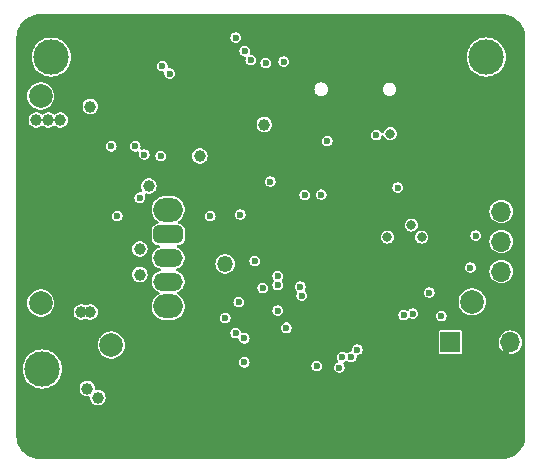
<source format=gbr>
%TF.GenerationSoftware,KiCad,Pcbnew,7.0.8-7.0.8~ubuntu22.04.1*%
%TF.CreationDate,2023-12-12T19:51:11+11:00*%
%TF.ProjectId,Boost-Converter,426f6f73-742d-4436-9f6e-766572746572,rev?*%
%TF.SameCoordinates,Original*%
%TF.FileFunction,Copper,L2,Inr*%
%TF.FilePolarity,Positive*%
%FSLAX46Y46*%
G04 Gerber Fmt 4.6, Leading zero omitted, Abs format (unit mm)*
G04 Created by KiCad (PCBNEW 7.0.8-7.0.8~ubuntu22.04.1) date 2023-12-12 19:51:11*
%MOMM*%
%LPD*%
G01*
G04 APERTURE LIST*
G04 Aperture macros list*
%AMRoundRect*
0 Rectangle with rounded corners*
0 $1 Rounding radius*
0 $2 $3 $4 $5 $6 $7 $8 $9 X,Y pos of 4 corners*
0 Add a 4 corners polygon primitive as box body*
4,1,4,$2,$3,$4,$5,$6,$7,$8,$9,$2,$3,0*
0 Add four circle primitives for the rounded corners*
1,1,$1+$1,$2,$3*
1,1,$1+$1,$4,$5*
1,1,$1+$1,$6,$7*
1,1,$1+$1,$8,$9*
0 Add four rect primitives between the rounded corners*
20,1,$1+$1,$2,$3,$4,$5,0*
20,1,$1+$1,$4,$5,$6,$7,0*
20,1,$1+$1,$6,$7,$8,$9,0*
20,1,$1+$1,$8,$9,$2,$3,0*%
G04 Aperture macros list end*
%TA.AperFunction,ComponentPad*%
%ADD10C,2.000000*%
%TD*%
%TA.AperFunction,ComponentPad*%
%ADD11R,1.500000X1.500000*%
%TD*%
%TA.AperFunction,ComponentPad*%
%ADD12C,3.000000*%
%TD*%
%TA.AperFunction,ComponentPad*%
%ADD13R,1.700000X1.700000*%
%TD*%
%TA.AperFunction,ComponentPad*%
%ADD14O,1.700000X1.700000*%
%TD*%
%TA.AperFunction,ComponentPad*%
%ADD15C,0.600000*%
%TD*%
%TA.AperFunction,ComponentPad*%
%ADD16O,2.500000X2.000000*%
%TD*%
%TA.AperFunction,ComponentPad*%
%ADD17RoundRect,0.375000X-0.875000X0.375000X-0.875000X-0.375000X0.875000X-0.375000X0.875000X0.375000X0*%
%TD*%
%TA.AperFunction,ComponentPad*%
%ADD18O,2.500000X1.500000*%
%TD*%
%TA.AperFunction,ComponentPad*%
%ADD19O,1.000000X2.100000*%
%TD*%
%TA.AperFunction,ComponentPad*%
%ADD20O,1.000000X1.600000*%
%TD*%
%TA.AperFunction,ComponentPad*%
%ADD21R,1.350000X1.350000*%
%TD*%
%TA.AperFunction,ComponentPad*%
%ADD22O,1.350000X1.350000*%
%TD*%
%TA.AperFunction,ViaPad*%
%ADD23C,0.600000*%
%TD*%
%TA.AperFunction,ViaPad*%
%ADD24C,0.800000*%
%TD*%
%TA.AperFunction,ViaPad*%
%ADD25C,1.000000*%
%TD*%
G04 APERTURE END LIST*
D10*
%TO.N,+3.3V*%
%TO.C,TP4*%
X165049200Y-88290400D03*
%TD*%
D11*
%TO.N,GND*%
%TO.C,TP8*%
X132918200Y-67614800D03*
%TD*%
D10*
%TO.N,VBUS*%
%TO.C,TP6*%
X128508800Y-70866000D03*
%TD*%
D12*
%TO.N,N/C*%
%TO.C,H1*%
X129413000Y-67564000D03*
%TD*%
D13*
%TO.N,GND*%
%TO.C,Brd1*%
X167513000Y-78105000D03*
D14*
%TO.N,+3.3V*%
X167513000Y-80645000D03*
%TO.N,/SCL_1*%
X167513000Y-83185000D03*
%TO.N,/SDA_1*%
X167513000Y-85725000D03*
%TD*%
D15*
%TO.N,GND*%
%TO.C,U5*%
X151841300Y-85600000D03*
X151841300Y-86875000D03*
X151841300Y-88150000D03*
X153116300Y-85600000D03*
X153116300Y-86875000D03*
X153116300Y-88150000D03*
X154391300Y-85600000D03*
X154391300Y-86875000D03*
X154391300Y-88150000D03*
%TD*%
D16*
%TO.N,*%
%TO.C,SW1*%
X139319000Y-80482000D03*
X139319000Y-88682000D03*
D17*
%TO.N,/24V*%
X139319000Y-82582000D03*
D18*
%TO.N,/FB*%
X139319000Y-84582000D03*
%TO.N,/18V*%
X139319000Y-86582000D03*
%TD*%
D12*
%TO.N,N/C*%
%TO.C,H3*%
X128651000Y-93980000D03*
%TD*%
D19*
%TO.N,GND*%
%TO.C,J6*%
X159480000Y-70827000D03*
D20*
X159480000Y-66647000D03*
D19*
X150840000Y-70827000D03*
D20*
X150840000Y-66647000D03*
%TD*%
D10*
%TO.N,/V_{OUT}*%
%TO.C,TP2*%
X134493000Y-91948000D03*
%TD*%
D11*
%TO.N,GND*%
%TO.C,TP9*%
X168046400Y-88874600D03*
%TD*%
D12*
%TO.N,N/C*%
%TO.C,H2*%
X166243000Y-67564000D03*
%TD*%
D11*
%TO.N,GND*%
%TO.C,TP5*%
X137668000Y-91948000D03*
%TD*%
D21*
%TO.N,GND*%
%TO.C,SW2*%
X144145000Y-83074000D03*
D22*
%TO.N,/BOOT*%
X144145000Y-85074000D03*
%TD*%
D10*
%TO.N,/V_{S}*%
%TO.C,TP1*%
X128524000Y-88392000D03*
%TD*%
D11*
%TO.N,GND*%
%TO.C,TP7*%
X130606800Y-91084400D03*
%TD*%
D13*
%TO.N,/TX*%
%TO.C,J3*%
X163210000Y-91719000D03*
D14*
%TO.N,GND*%
X165750000Y-91719000D03*
%TO.N,/RX*%
X168290000Y-91719000D03*
%TD*%
D23*
%TO.N,GND*%
X154940000Y-77978000D03*
X127558800Y-69138800D03*
X164211000Y-72009000D03*
X138811000Y-96774000D03*
X135128000Y-98806000D03*
X147447000Y-97155000D03*
X156972000Y-90424000D03*
X154051000Y-70231000D03*
X151892000Y-75057000D03*
X133096000Y-77089000D03*
X136271000Y-70231000D03*
X157861000Y-80391000D03*
X136906000Y-84937600D03*
X164592000Y-74295000D03*
X160020000Y-93726000D03*
X130606800Y-89458800D03*
X141605000Y-92964000D03*
X128867800Y-82992000D03*
X141859000Y-77724000D03*
X137795000Y-97663000D03*
X127101600Y-82753200D03*
X152400000Y-97536000D03*
X147955000Y-75184000D03*
X140589000Y-91313000D03*
X127127000Y-84582000D03*
X158750000Y-72644000D03*
X163322000Y-87630000D03*
X128270000Y-99060000D03*
X156921200Y-64770000D03*
X165570800Y-77988200D03*
X162433000Y-72771000D03*
X159131000Y-73660000D03*
X128905000Y-76962000D03*
X129032000Y-90982800D03*
X143383000Y-84074000D03*
X130937000Y-85725000D03*
X141605000Y-96647000D03*
X152654000Y-77470000D03*
X141478000Y-89662000D03*
X148844000Y-73660000D03*
X150584800Y-80071000D03*
X136779000Y-90424000D03*
X138557000Y-70231000D03*
X166254777Y-79630500D03*
X163068000Y-81788000D03*
X159639000Y-72517000D03*
X159766000Y-95250000D03*
X147447000Y-64516000D03*
X139446000Y-73152000D03*
X142621000Y-79502000D03*
X149225000Y-93853000D03*
X130937000Y-86741000D03*
X167894000Y-92583000D03*
X159893000Y-97663000D03*
X136398000Y-71755000D03*
X160020000Y-65125600D03*
X133858000Y-77089000D03*
X150495000Y-77089000D03*
X149860000Y-74549000D03*
X164973000Y-83820000D03*
X133439800Y-79436000D03*
X137414000Y-81788000D03*
X127863600Y-90728800D03*
X144653000Y-70231000D03*
X156299800Y-79817000D03*
X146939000Y-94234000D03*
X150495000Y-75946000D03*
X156083000Y-93599000D03*
X137541000Y-84937600D03*
X144615800Y-95438000D03*
X159258000Y-100711000D03*
X148171800Y-82788800D03*
X137414000Y-80772000D03*
X132588000Y-98679000D03*
X141605000Y-98933000D03*
X155664800Y-80706000D03*
X138176000Y-93980000D03*
X151257000Y-91440000D03*
X145923000Y-75692000D03*
X143002000Y-72136000D03*
X140589000Y-70231000D03*
X130657600Y-92506800D03*
X159385000Y-86995000D03*
X143713200Y-91948000D03*
X136906000Y-87884000D03*
X159131000Y-81153000D03*
X127889000Y-96774000D03*
X159893000Y-83566000D03*
X147955000Y-93345000D03*
X149568800Y-80071000D03*
X130694777Y-81281500D03*
X143764000Y-90982800D03*
X165912800Y-86614000D03*
X140462000Y-77343000D03*
X151892000Y-91440000D03*
X143637000Y-73533000D03*
X127127000Y-81534000D03*
X144399000Y-81407000D03*
X135890000Y-72644000D03*
X168529000Y-98298000D03*
X155498800Y-66040000D03*
X132334000Y-85090000D03*
X161036000Y-73660000D03*
X137541000Y-66548000D03*
X157988000Y-92964000D03*
X148031200Y-95504000D03*
X168021000Y-95885000D03*
X127127000Y-83693000D03*
X164592000Y-91059000D03*
X150241000Y-99822000D03*
X163195000Y-69215000D03*
X162179000Y-97917000D03*
X149225000Y-92837000D03*
X130175000Y-82550000D03*
X131873470Y-79436998D03*
X127889000Y-83058000D03*
X167386000Y-71247000D03*
X148463000Y-64516000D03*
X167640000Y-74676000D03*
X129667000Y-97536000D03*
X143891000Y-79629000D03*
X151928000Y-72614000D03*
X154140800Y-80071000D03*
X131318000Y-69799200D03*
X127101600Y-80467200D03*
X141224000Y-73660000D03*
X127203200Y-86207600D03*
X132334000Y-77089000D03*
X136652000Y-65278000D03*
X135128000Y-84963000D03*
X145923000Y-85344000D03*
X152400000Y-66141600D03*
X146304000Y-99314000D03*
X141605000Y-85725000D03*
X135890000Y-74041000D03*
X160147000Y-76962000D03*
X140589000Y-66040000D03*
X147523200Y-91948000D03*
X130937000Y-84709000D03*
X161036000Y-96139000D03*
X164592000Y-92837000D03*
X151638000Y-77470000D03*
X136017000Y-75819000D03*
X133985000Y-82804000D03*
X156210000Y-70231000D03*
X152908000Y-94742000D03*
X167284400Y-88747600D03*
X149695800Y-83627000D03*
X135763000Y-81280000D03*
X137795000Y-79502000D03*
X156972000Y-98933000D03*
D24*
%TO.N,+3.3V*%
X157861000Y-82804000D03*
D23*
X165354000Y-82677000D03*
D24*
X159893000Y-81788000D03*
D23*
X147955000Y-78105000D03*
X147320000Y-87122000D03*
D24*
X160782000Y-82804000D03*
D23*
X151892000Y-93726000D03*
X162435000Y-89487224D03*
X152273000Y-79212500D03*
X145288000Y-88317605D03*
X161417000Y-87503000D03*
X145034000Y-90932000D03*
X145415000Y-80899000D03*
%TO.N,/V_{S}*%
X135001000Y-81026000D03*
D25*
%TO.N,/18V*%
X136906000Y-85979000D03*
D23*
%TO.N,+1V1*%
X158750000Y-78613000D03*
X153797000Y-93853000D03*
X150876000Y-79248000D03*
D25*
%TO.N,/FB*%
X137668000Y-78486000D03*
D23*
%TO.N,/RUN*%
X145758800Y-91374000D03*
X155321000Y-92329000D03*
X145758800Y-93406000D03*
%TO.N,/SWC*%
X154051000Y-92964000D03*
%TO.N,/SWD*%
X154813000Y-92964000D03*
%TO.N,/TX*%
X159258000Y-89408000D03*
%TO.N,/RX*%
X160020000Y-89281000D03*
%TO.N,/EN*%
X142875000Y-81026000D03*
X149314800Y-90485000D03*
%TO.N,/FLASH_CS*%
X144145000Y-89662000D03*
X146647800Y-84836000D03*
%TO.N,Net-(D4-K)*%
X134493000Y-75118000D03*
X136525000Y-75118000D03*
D25*
%TO.N,/24V*%
X136906000Y-83820000D03*
%TO.N,/V_{OUT}*%
X132715000Y-89154000D03*
X133350000Y-96393000D03*
X131953000Y-89154000D03*
X132461000Y-95631000D03*
D23*
%TO.N,/V_{G}*%
X138684000Y-75946000D03*
X136906000Y-79469103D03*
%TO.N,/SCL_1*%
X164901941Y-85386252D03*
X150622000Y-87757000D03*
%TO.N,/SDA_1*%
X150495000Y-86995000D03*
D24*
%TO.N,VBUS*%
X158115000Y-74041000D03*
D25*
X147447000Y-73279000D03*
D23*
X137287000Y-75819000D03*
D25*
X129159000Y-72898000D03*
X130175000Y-72898000D03*
X132715000Y-71755000D03*
X141986000Y-75946000D03*
X128143000Y-72898000D03*
D23*
%TO.N,/CC1*%
X138811000Y-68326000D03*
X156930000Y-74168000D03*
X149098000Y-67945000D03*
%TO.N,/CC2*%
X152781000Y-74676000D03*
X147574000Y-68072000D03*
X139446000Y-68961000D03*
%TO.N,/SDA_0*%
X146304000Y-67818000D03*
X148590000Y-86106000D03*
%TO.N,/SCL_0*%
X148590000Y-86868000D03*
X145796000Y-67056000D03*
%TO.N,/PD_INT*%
X145034000Y-65913000D03*
X148590000Y-89027000D03*
%TD*%
%TA.AperFunction,Conductor*%
%TO.N,GND*%
G36*
X167564858Y-63940848D02*
G01*
X167818357Y-63957463D01*
X167826519Y-63958537D01*
X168073670Y-64007699D01*
X168081623Y-64009830D01*
X168320231Y-64090826D01*
X168327849Y-64093982D01*
X168553841Y-64205430D01*
X168560982Y-64209552D01*
X168770470Y-64349528D01*
X168770491Y-64349542D01*
X168777031Y-64354560D01*
X168966478Y-64520702D01*
X168972309Y-64526533D01*
X169138446Y-64715978D01*
X169143468Y-64722523D01*
X169283451Y-64932024D01*
X169287576Y-64939169D01*
X169399021Y-65165160D01*
X169402177Y-65172781D01*
X169439447Y-65282574D01*
X169483168Y-65411374D01*
X169483170Y-65411378D01*
X169485304Y-65419343D01*
X169534460Y-65666478D01*
X169534461Y-65666479D01*
X169535536Y-65674648D01*
X169543650Y-65798438D01*
X169552165Y-65928368D01*
X169552300Y-65932489D01*
X169552300Y-99619940D01*
X169552165Y-99624061D01*
X169535550Y-99877554D01*
X169534474Y-99885733D01*
X169485314Y-100132869D01*
X169483179Y-100140837D01*
X169402187Y-100379433D01*
X169399030Y-100387055D01*
X169287587Y-100613042D01*
X169283462Y-100620186D01*
X169143471Y-100829695D01*
X169138449Y-100836239D01*
X168972314Y-101025681D01*
X168966481Y-101031514D01*
X168777039Y-101197649D01*
X168770495Y-101202671D01*
X168560986Y-101342662D01*
X168553847Y-101346784D01*
X168439003Y-101403418D01*
X168327855Y-101458230D01*
X168320233Y-101461387D01*
X168081637Y-101542379D01*
X168073669Y-101544514D01*
X167826533Y-101593674D01*
X167818354Y-101594750D01*
X167617853Y-101607891D01*
X167564857Y-101611365D01*
X167560741Y-101611500D01*
X128456859Y-101611500D01*
X128452742Y-101611365D01*
X128394298Y-101607534D01*
X128199245Y-101594750D01*
X128191066Y-101593674D01*
X127943930Y-101544514D01*
X127935962Y-101542379D01*
X127697366Y-101461387D01*
X127689744Y-101458230D01*
X127630536Y-101429032D01*
X127463746Y-101346780D01*
X127456618Y-101342665D01*
X127247104Y-101202671D01*
X127240560Y-101197649D01*
X127051118Y-101031514D01*
X127045285Y-101025681D01*
X126879150Y-100836239D01*
X126874128Y-100829695D01*
X126734131Y-100620176D01*
X126730021Y-100613058D01*
X126618565Y-100387047D01*
X126615415Y-100379442D01*
X126534417Y-100140828D01*
X126532285Y-100132869D01*
X126508853Y-100015071D01*
X126483123Y-99885720D01*
X126482049Y-99877553D01*
X126465435Y-99624061D01*
X126465300Y-99619940D01*
X126465300Y-93980000D01*
X126995396Y-93980000D01*
X127015779Y-94238994D01*
X127076427Y-94491610D01*
X127175846Y-94731628D01*
X127175847Y-94731629D01*
X127311585Y-94953136D01*
X127311590Y-94953143D01*
X127480310Y-95150689D01*
X127677856Y-95319409D01*
X127677863Y-95319414D01*
X127689389Y-95326477D01*
X127899372Y-95455154D01*
X128139390Y-95554573D01*
X128392006Y-95615221D01*
X128651000Y-95635604D01*
X128709462Y-95631003D01*
X131805722Y-95631003D01*
X131824761Y-95787815D01*
X131849755Y-95853717D01*
X131880780Y-95935523D01*
X131880781Y-95935525D01*
X131880782Y-95935526D01*
X131880783Y-95935529D01*
X131970516Y-96065529D01*
X131970517Y-96065530D01*
X132088760Y-96170283D01*
X132228635Y-96243696D01*
X132228636Y-96243696D01*
X132228638Y-96243697D01*
X132305325Y-96262598D01*
X132382015Y-96281500D01*
X132382017Y-96281500D01*
X132539983Y-96281500D01*
X132539985Y-96281500D01*
X132539986Y-96281499D01*
X132547553Y-96280581D01*
X132547741Y-96282132D01*
X132609907Y-96284860D01*
X132667892Y-96325826D01*
X132694223Y-96388896D01*
X132713762Y-96549815D01*
X132713762Y-96549817D01*
X132713763Y-96549818D01*
X132769780Y-96697523D01*
X132769781Y-96697525D01*
X132769782Y-96697526D01*
X132769783Y-96697529D01*
X132859516Y-96827529D01*
X132859517Y-96827530D01*
X132977760Y-96932283D01*
X133117635Y-97005696D01*
X133117636Y-97005696D01*
X133117638Y-97005697D01*
X133194325Y-97024598D01*
X133271015Y-97043500D01*
X133271017Y-97043500D01*
X133428983Y-97043500D01*
X133428985Y-97043500D01*
X133582365Y-97005696D01*
X133722240Y-96932283D01*
X133840483Y-96827530D01*
X133930220Y-96697523D01*
X133986237Y-96549818D01*
X133986237Y-96549817D01*
X133986238Y-96549815D01*
X134005278Y-96393003D01*
X134005278Y-96392996D01*
X133986238Y-96236184D01*
X133978392Y-96215498D01*
X133930220Y-96088477D01*
X133930216Y-96088472D01*
X133930216Y-96088470D01*
X133840483Y-95958470D01*
X133840481Y-95958468D01*
X133722240Y-95853717D01*
X133582365Y-95780304D01*
X133582361Y-95780302D01*
X133428987Y-95742500D01*
X133428985Y-95742500D01*
X133271015Y-95742500D01*
X133271013Y-95742500D01*
X133263447Y-95743419D01*
X133263259Y-95741871D01*
X133201071Y-95739131D01*
X133143092Y-95698155D01*
X133116776Y-95635102D01*
X133116277Y-95630996D01*
X133114362Y-95615220D01*
X133097238Y-95474184D01*
X133089392Y-95453498D01*
X133041220Y-95326477D01*
X133041216Y-95326472D01*
X133041216Y-95326470D01*
X132951483Y-95196470D01*
X132951481Y-95196468D01*
X132833240Y-95091717D01*
X132693365Y-95018304D01*
X132693361Y-95018302D01*
X132539987Y-94980500D01*
X132539985Y-94980500D01*
X132382015Y-94980500D01*
X132382012Y-94980500D01*
X132228638Y-95018302D01*
X132228634Y-95018304D01*
X132088759Y-95091717D01*
X131970518Y-95196468D01*
X131970516Y-95196470D01*
X131880783Y-95326470D01*
X131880782Y-95326473D01*
X131824761Y-95474184D01*
X131805722Y-95630996D01*
X131805722Y-95631003D01*
X128709462Y-95631003D01*
X128909994Y-95615221D01*
X129162610Y-95554573D01*
X129402628Y-95455154D01*
X129624140Y-95319412D01*
X129821689Y-95150689D01*
X129990412Y-94953140D01*
X130126154Y-94731628D01*
X130225573Y-94491610D01*
X130286221Y-94238994D01*
X130306604Y-93980000D01*
X130286221Y-93721006D01*
X130225573Y-93468390D01*
X130199730Y-93406000D01*
X145303667Y-93406000D01*
X145322103Y-93534226D01*
X145375918Y-93652063D01*
X145460751Y-93749967D01*
X145569731Y-93820004D01*
X145694028Y-93856500D01*
X145694032Y-93856500D01*
X145823568Y-93856500D01*
X145823572Y-93856500D01*
X145947869Y-93820004D01*
X146056849Y-93749967D01*
X146077616Y-93726000D01*
X151436867Y-93726000D01*
X151455303Y-93854226D01*
X151509118Y-93972063D01*
X151593951Y-94069967D01*
X151702931Y-94140004D01*
X151827228Y-94176500D01*
X151827232Y-94176500D01*
X151956768Y-94176500D01*
X151956772Y-94176500D01*
X152081069Y-94140004D01*
X152190049Y-94069967D01*
X152274882Y-93972063D01*
X152328697Y-93854226D01*
X152328873Y-93853000D01*
X153341867Y-93853000D01*
X153360303Y-93981226D01*
X153414118Y-94099063D01*
X153498951Y-94196967D01*
X153607931Y-94267004D01*
X153732228Y-94303500D01*
X153732232Y-94303500D01*
X153861768Y-94303500D01*
X153861772Y-94303500D01*
X153986069Y-94267004D01*
X154095049Y-94196967D01*
X154179882Y-94099063D01*
X154233697Y-93981226D01*
X154252133Y-93853000D01*
X154233697Y-93724774D01*
X154179882Y-93606937D01*
X154162341Y-93586693D01*
X154132850Y-93522114D01*
X154142955Y-93451840D01*
X154189449Y-93398185D01*
X154222067Y-93383289D01*
X154240069Y-93378004D01*
X154349049Y-93307967D01*
X154349056Y-93307958D01*
X154349482Y-93307591D01*
X154350010Y-93307349D01*
X154356631Y-93303095D01*
X154357242Y-93304046D01*
X154414061Y-93278094D01*
X154484336Y-93288194D01*
X154514518Y-93307591D01*
X154514946Y-93307962D01*
X154514951Y-93307967D01*
X154514956Y-93307970D01*
X154514957Y-93307971D01*
X154603943Y-93365159D01*
X154623931Y-93378004D01*
X154748228Y-93414500D01*
X154748232Y-93414500D01*
X154877768Y-93414500D01*
X154877772Y-93414500D01*
X155002069Y-93378004D01*
X155111049Y-93307967D01*
X155195882Y-93210063D01*
X155249697Y-93092226D01*
X155268133Y-92964000D01*
X155262300Y-92923430D01*
X155272405Y-92853157D01*
X155318898Y-92799502D01*
X155377085Y-92782416D01*
X155376851Y-92780782D01*
X155385762Y-92779500D01*
X155385772Y-92779500D01*
X155510069Y-92743004D01*
X155619049Y-92672967D01*
X155696294Y-92583820D01*
X162209500Y-92583820D01*
X162218232Y-92627721D01*
X162218234Y-92627725D01*
X162251495Y-92677504D01*
X162301274Y-92710765D01*
X162301278Y-92710767D01*
X162345180Y-92719500D01*
X162345185Y-92719500D01*
X164074815Y-92719500D01*
X164074820Y-92719500D01*
X164118722Y-92710767D01*
X164168504Y-92677504D01*
X164201767Y-92627722D01*
X164210500Y-92583820D01*
X164210500Y-91719003D01*
X167284659Y-91719003D01*
X167303974Y-91915124D01*
X167303974Y-91915126D01*
X167361186Y-92103728D01*
X167413059Y-92200774D01*
X167454090Y-92277538D01*
X167579117Y-92429883D01*
X167731462Y-92554910D01*
X167854011Y-92620414D01*
X167891748Y-92640585D01*
X167905273Y-92647814D01*
X168093868Y-92705024D01*
X168093872Y-92705024D01*
X168093874Y-92705025D01*
X168289997Y-92724341D01*
X168290000Y-92724341D01*
X168290003Y-92724341D01*
X168486124Y-92705025D01*
X168486126Y-92705025D01*
X168486127Y-92705024D01*
X168486132Y-92705024D01*
X168674727Y-92647814D01*
X168848538Y-92554910D01*
X169000883Y-92429883D01*
X169125910Y-92277538D01*
X169218814Y-92103727D01*
X169276024Y-91915132D01*
X169276037Y-91914998D01*
X169295341Y-91719003D01*
X169295341Y-91718996D01*
X169276025Y-91522875D01*
X169276025Y-91522873D01*
X169276024Y-91522870D01*
X169276024Y-91522868D01*
X169218814Y-91334273D01*
X169125910Y-91160462D01*
X169000883Y-91008117D01*
X168848538Y-90883090D01*
X168794459Y-90854184D01*
X168674728Y-90790186D01*
X168486125Y-90732974D01*
X168290003Y-90713659D01*
X168289997Y-90713659D01*
X168093875Y-90732974D01*
X168093873Y-90732974D01*
X167905271Y-90790186D01*
X167731461Y-90883090D01*
X167579117Y-91008117D01*
X167454090Y-91160461D01*
X167361186Y-91334271D01*
X167303974Y-91522873D01*
X167303974Y-91522875D01*
X167284659Y-91718996D01*
X167284659Y-91719003D01*
X164210500Y-91719003D01*
X164210500Y-90854180D01*
X164201767Y-90810278D01*
X164201765Y-90810274D01*
X164168504Y-90760495D01*
X164118725Y-90727234D01*
X164118721Y-90727232D01*
X164074820Y-90718500D01*
X162345180Y-90718500D01*
X162345179Y-90718500D01*
X162301278Y-90727232D01*
X162301274Y-90727234D01*
X162251495Y-90760495D01*
X162218234Y-90810274D01*
X162218232Y-90810278D01*
X162209500Y-90854179D01*
X162209500Y-92583820D01*
X155696294Y-92583820D01*
X155703882Y-92575063D01*
X155757697Y-92457226D01*
X155776133Y-92329000D01*
X155757697Y-92200774D01*
X155703882Y-92082937D01*
X155619049Y-91985033D01*
X155619048Y-91985032D01*
X155510073Y-91914998D01*
X155510070Y-91914996D01*
X155510069Y-91914996D01*
X155510066Y-91914995D01*
X155385776Y-91878501D01*
X155385774Y-91878500D01*
X155385772Y-91878500D01*
X155256228Y-91878500D01*
X155256225Y-91878500D01*
X155256223Y-91878501D01*
X155131933Y-91914995D01*
X155131926Y-91914998D01*
X155022951Y-91985032D01*
X154938118Y-92082937D01*
X154884303Y-92200775D01*
X154865867Y-92329000D01*
X154871700Y-92369569D01*
X154861595Y-92439843D01*
X154815102Y-92493498D01*
X154756914Y-92510583D01*
X154757149Y-92512218D01*
X154748230Y-92513500D01*
X154748228Y-92513500D01*
X154748226Y-92513500D01*
X154748223Y-92513501D01*
X154623933Y-92549995D01*
X154623926Y-92549998D01*
X154514948Y-92620033D01*
X154514510Y-92620414D01*
X154513982Y-92620655D01*
X154507369Y-92624905D01*
X154506757Y-92623954D01*
X154449929Y-92649906D01*
X154379655Y-92639800D01*
X154349490Y-92620414D01*
X154349051Y-92620033D01*
X154240073Y-92549998D01*
X154240070Y-92549996D01*
X154240069Y-92549996D01*
X154152994Y-92524429D01*
X154115776Y-92513501D01*
X154115774Y-92513500D01*
X154115772Y-92513500D01*
X153986228Y-92513500D01*
X153986225Y-92513500D01*
X153986223Y-92513501D01*
X153861933Y-92549995D01*
X153861926Y-92549998D01*
X153752951Y-92620032D01*
X153679307Y-92705024D01*
X153668118Y-92717937D01*
X153614303Y-92835774D01*
X153595867Y-92964000D01*
X153614303Y-93092226D01*
X153668118Y-93210063D01*
X153683981Y-93228370D01*
X153685657Y-93230304D01*
X153715149Y-93294886D01*
X153705044Y-93365159D01*
X153658550Y-93418814D01*
X153625932Y-93433710D01*
X153607936Y-93438994D01*
X153607926Y-93438998D01*
X153498951Y-93509032D01*
X153422058Y-93597774D01*
X153414118Y-93606937D01*
X153360303Y-93724774D01*
X153341867Y-93853000D01*
X152328873Y-93853000D01*
X152347133Y-93726000D01*
X152328697Y-93597774D01*
X152274882Y-93479937D01*
X152190049Y-93382033D01*
X152190048Y-93382032D01*
X152081073Y-93311998D01*
X152081070Y-93311996D01*
X152081069Y-93311996D01*
X152067361Y-93307971D01*
X151956776Y-93275501D01*
X151956774Y-93275500D01*
X151956772Y-93275500D01*
X151827228Y-93275500D01*
X151827225Y-93275500D01*
X151827223Y-93275501D01*
X151702933Y-93311995D01*
X151702926Y-93311998D01*
X151593951Y-93382032D01*
X151544593Y-93438996D01*
X151509118Y-93479937D01*
X151455303Y-93597774D01*
X151436867Y-93726000D01*
X146077616Y-93726000D01*
X146141682Y-93652063D01*
X146195497Y-93534226D01*
X146213933Y-93406000D01*
X146195497Y-93277774D01*
X146141682Y-93159937D01*
X146056849Y-93062033D01*
X146056848Y-93062032D01*
X145947873Y-92991998D01*
X145947870Y-92991996D01*
X145947869Y-92991996D01*
X145914833Y-92982296D01*
X145823576Y-92955501D01*
X145823574Y-92955500D01*
X145823572Y-92955500D01*
X145694028Y-92955500D01*
X145694025Y-92955500D01*
X145694023Y-92955501D01*
X145569733Y-92991995D01*
X145569726Y-92991998D01*
X145460751Y-93062032D01*
X145375918Y-93159937D01*
X145322103Y-93277774D01*
X145303667Y-93406000D01*
X130199730Y-93406000D01*
X130126154Y-93228372D01*
X129990412Y-93006860D01*
X129977717Y-92991996D01*
X129821689Y-92809310D01*
X129624143Y-92640590D01*
X129624136Y-92640585D01*
X129476305Y-92549995D01*
X129402628Y-92504846D01*
X129162610Y-92405427D01*
X128909994Y-92344779D01*
X128651000Y-92324396D01*
X128392006Y-92344779D01*
X128139389Y-92405427D01*
X127969669Y-92475727D01*
X127926769Y-92493498D01*
X127899370Y-92504847D01*
X127677863Y-92640585D01*
X127677856Y-92640590D01*
X127480310Y-92809310D01*
X127311590Y-93006856D01*
X127311585Y-93006863D01*
X127185735Y-93212234D01*
X127175846Y-93228372D01*
X127155383Y-93277774D01*
X127076427Y-93468389D01*
X127045364Y-93597775D01*
X127015779Y-93721006D01*
X126995396Y-93980000D01*
X126465300Y-93980000D01*
X126465300Y-91948000D01*
X133337571Y-91948000D01*
X133357244Y-92160311D01*
X133415593Y-92365384D01*
X133415594Y-92365386D01*
X133415595Y-92365389D01*
X133510634Y-92556255D01*
X133633912Y-92719500D01*
X133639129Y-92726408D01*
X133796699Y-92870053D01*
X133796701Y-92870054D01*
X133977974Y-92982294D01*
X133977975Y-92982294D01*
X133977981Y-92982298D01*
X134176802Y-93059321D01*
X134386390Y-93098500D01*
X134386393Y-93098500D01*
X134599607Y-93098500D01*
X134599610Y-93098500D01*
X134809198Y-93059321D01*
X135008019Y-92982298D01*
X135189302Y-92870052D01*
X135346872Y-92726407D01*
X135475366Y-92556255D01*
X135570405Y-92365389D01*
X135628756Y-92160310D01*
X135648429Y-91948000D01*
X135628756Y-91735690D01*
X135570405Y-91530611D01*
X135475366Y-91339745D01*
X135346872Y-91169593D01*
X135189302Y-91025948D01*
X135189300Y-91025946D01*
X135189298Y-91025945D01*
X135037572Y-90932000D01*
X144578867Y-90932000D01*
X144597303Y-91060226D01*
X144651118Y-91178063D01*
X144709789Y-91245774D01*
X144735951Y-91275967D01*
X144835191Y-91339745D01*
X144844931Y-91346004D01*
X144969228Y-91382500D01*
X144969232Y-91382500D01*
X145098768Y-91382500D01*
X145098772Y-91382500D01*
X145157021Y-91365397D01*
X145228014Y-91365397D01*
X145287740Y-91403780D01*
X145317233Y-91468360D01*
X145322101Y-91502220D01*
X145322102Y-91502223D01*
X145322102Y-91502224D01*
X145322103Y-91502226D01*
X145375918Y-91620063D01*
X145460751Y-91717967D01*
X145569731Y-91788004D01*
X145694028Y-91824500D01*
X145694032Y-91824500D01*
X145823568Y-91824500D01*
X145823572Y-91824500D01*
X145947869Y-91788004D01*
X146056849Y-91717967D01*
X146141682Y-91620063D01*
X146195497Y-91502226D01*
X146213933Y-91374000D01*
X146195497Y-91245774D01*
X146141682Y-91127937D01*
X146056849Y-91030033D01*
X146056848Y-91030032D01*
X145947873Y-90959998D01*
X145947870Y-90959996D01*
X145947869Y-90959996D01*
X145881821Y-90940603D01*
X145823576Y-90923501D01*
X145823574Y-90923500D01*
X145823572Y-90923500D01*
X145694028Y-90923500D01*
X145694027Y-90923500D01*
X145665079Y-90932000D01*
X145635779Y-90940602D01*
X145564783Y-90940602D01*
X145505058Y-90902217D01*
X145475565Y-90837637D01*
X145470697Y-90803774D01*
X145416882Y-90685937D01*
X145332049Y-90588033D01*
X145332048Y-90588032D01*
X145223073Y-90517998D01*
X145223070Y-90517996D01*
X145223069Y-90517996D01*
X145223066Y-90517995D01*
X145110693Y-90485000D01*
X148859667Y-90485000D01*
X148878103Y-90613226D01*
X148931918Y-90731063D01*
X149000554Y-90810274D01*
X149016751Y-90828967D01*
X149055989Y-90854184D01*
X149125731Y-90899004D01*
X149250028Y-90935500D01*
X149250032Y-90935500D01*
X149379568Y-90935500D01*
X149379572Y-90935500D01*
X149503869Y-90899004D01*
X149612849Y-90828967D01*
X149697682Y-90731063D01*
X149751497Y-90613226D01*
X149769933Y-90485000D01*
X149751497Y-90356774D01*
X149697682Y-90238937D01*
X149612849Y-90141033D01*
X149612848Y-90141032D01*
X149503873Y-90070998D01*
X149503870Y-90070996D01*
X149503869Y-90070996D01*
X149503866Y-90070995D01*
X149379576Y-90034501D01*
X149379574Y-90034500D01*
X149379572Y-90034500D01*
X149250028Y-90034500D01*
X149250025Y-90034500D01*
X149250023Y-90034501D01*
X149125733Y-90070995D01*
X149125726Y-90070998D01*
X149016751Y-90141032D01*
X148931918Y-90238937D01*
X148878103Y-90356774D01*
X148859667Y-90485000D01*
X145110693Y-90485000D01*
X145098776Y-90481501D01*
X145098774Y-90481500D01*
X145098772Y-90481500D01*
X144969228Y-90481500D01*
X144969225Y-90481500D01*
X144969223Y-90481501D01*
X144844933Y-90517995D01*
X144844926Y-90517998D01*
X144735951Y-90588032D01*
X144714123Y-90613224D01*
X144651118Y-90685937D01*
X144597303Y-90803774D01*
X144578867Y-90932000D01*
X135037572Y-90932000D01*
X135008025Y-90913705D01*
X135008021Y-90913703D01*
X135008019Y-90913702D01*
X134854374Y-90854180D01*
X134809199Y-90836679D01*
X134756801Y-90826884D01*
X134599610Y-90797500D01*
X134386390Y-90797500D01*
X134260637Y-90821007D01*
X134176800Y-90836679D01*
X134057000Y-90883090D01*
X133977981Y-90913702D01*
X133977980Y-90913702D01*
X133977979Y-90913703D01*
X133977974Y-90913705D01*
X133796701Y-91025945D01*
X133796699Y-91025946D01*
X133639129Y-91169591D01*
X133581598Y-91245774D01*
X133510634Y-91339745D01*
X133489345Y-91382500D01*
X133415593Y-91530615D01*
X133357244Y-91735688D01*
X133337571Y-91948000D01*
X126465300Y-91948000D01*
X126465300Y-88392000D01*
X127368571Y-88392000D01*
X127388244Y-88604311D01*
X127446593Y-88809384D01*
X127446594Y-88809386D01*
X127446595Y-88809389D01*
X127541634Y-89000255D01*
X127658664Y-89155226D01*
X127670129Y-89170408D01*
X127827699Y-89314053D01*
X127827701Y-89314054D01*
X128008974Y-89426294D01*
X128008975Y-89426294D01*
X128008981Y-89426298D01*
X128207802Y-89503321D01*
X128417390Y-89542500D01*
X128417393Y-89542500D01*
X128630607Y-89542500D01*
X128630610Y-89542500D01*
X128840198Y-89503321D01*
X129039019Y-89426298D01*
X129220302Y-89314052D01*
X129377872Y-89170407D01*
X129390260Y-89154003D01*
X131297722Y-89154003D01*
X131316761Y-89310815D01*
X131339574Y-89370967D01*
X131372780Y-89458523D01*
X131372781Y-89458525D01*
X131372782Y-89458526D01*
X131372783Y-89458529D01*
X131452309Y-89573741D01*
X131462517Y-89588530D01*
X131580760Y-89693283D01*
X131720635Y-89766696D01*
X131720636Y-89766696D01*
X131720638Y-89766697D01*
X131797325Y-89785598D01*
X131874015Y-89804500D01*
X131874017Y-89804500D01*
X132031983Y-89804500D01*
X132031985Y-89804500D01*
X132185365Y-89766696D01*
X132275444Y-89719417D01*
X132345057Y-89705471D01*
X132392554Y-89719417D01*
X132482635Y-89766696D01*
X132482636Y-89766696D01*
X132482638Y-89766697D01*
X132559325Y-89785598D01*
X132636015Y-89804500D01*
X132636017Y-89804500D01*
X132793983Y-89804500D01*
X132793985Y-89804500D01*
X132947365Y-89766696D01*
X133087240Y-89693283D01*
X133205483Y-89588530D01*
X133295220Y-89458523D01*
X133351237Y-89310818D01*
X133351237Y-89310817D01*
X133351238Y-89310815D01*
X133370278Y-89154003D01*
X133370278Y-89153996D01*
X133351238Y-88997184D01*
X133336188Y-88957501D01*
X133295220Y-88849477D01*
X133295216Y-88849472D01*
X133295216Y-88849470D01*
X133253207Y-88788610D01*
X137918500Y-88788610D01*
X137939094Y-88898775D01*
X137957679Y-88998199D01*
X137972604Y-89036724D01*
X138034702Y-89197019D01*
X138034703Y-89197020D01*
X138034705Y-89197025D01*
X138146945Y-89378298D01*
X138146946Y-89378300D01*
X138282562Y-89527062D01*
X138290593Y-89535872D01*
X138460745Y-89664366D01*
X138651611Y-89759405D01*
X138856690Y-89817756D01*
X139015806Y-89832500D01*
X139015813Y-89832500D01*
X139622187Y-89832500D01*
X139622194Y-89832500D01*
X139781310Y-89817756D01*
X139986389Y-89759405D01*
X140177255Y-89664366D01*
X140180388Y-89662000D01*
X143689867Y-89662000D01*
X143708303Y-89790226D01*
X143762118Y-89908063D01*
X143846951Y-90005967D01*
X143955931Y-90076004D01*
X144080228Y-90112500D01*
X144080232Y-90112500D01*
X144209768Y-90112500D01*
X144209772Y-90112500D01*
X144334069Y-90076004D01*
X144443049Y-90005967D01*
X144527882Y-89908063D01*
X144581697Y-89790226D01*
X144600133Y-89662000D01*
X144581697Y-89533774D01*
X144527882Y-89415937D01*
X144443049Y-89318033D01*
X144443048Y-89318032D01*
X144334073Y-89247998D01*
X144334070Y-89247996D01*
X144334069Y-89247996D01*
X144310791Y-89241161D01*
X144209776Y-89211501D01*
X144209774Y-89211500D01*
X144209772Y-89211500D01*
X144080228Y-89211500D01*
X144080225Y-89211500D01*
X144080223Y-89211501D01*
X143955933Y-89247995D01*
X143955926Y-89247998D01*
X143846951Y-89318032D01*
X143811455Y-89358998D01*
X143762118Y-89415937D01*
X143708303Y-89533774D01*
X143689867Y-89662000D01*
X140180388Y-89662000D01*
X140347407Y-89535872D01*
X140491052Y-89378302D01*
X140603298Y-89197019D01*
X140669163Y-89027000D01*
X148134867Y-89027000D01*
X148153303Y-89155226D01*
X148207118Y-89273063D01*
X148281580Y-89358998D01*
X148291951Y-89370967D01*
X148378041Y-89426294D01*
X148400931Y-89441004D01*
X148525228Y-89477500D01*
X148525232Y-89477500D01*
X148654768Y-89477500D01*
X148654772Y-89477500D01*
X148779069Y-89441004D01*
X148830424Y-89408000D01*
X158802867Y-89408000D01*
X158821303Y-89536226D01*
X158875118Y-89654063D01*
X158919663Y-89705471D01*
X158959951Y-89751967D01*
X159041692Y-89804499D01*
X159068931Y-89822004D01*
X159193228Y-89858500D01*
X159193232Y-89858500D01*
X159322768Y-89858500D01*
X159322772Y-89858500D01*
X159447069Y-89822004D01*
X159556049Y-89751967D01*
X159614575Y-89684423D01*
X159674299Y-89646039D01*
X159745296Y-89646037D01*
X159777917Y-89660934D01*
X159830931Y-89695004D01*
X159955228Y-89731500D01*
X159955232Y-89731500D01*
X160084768Y-89731500D01*
X160084772Y-89731500D01*
X160209069Y-89695004D01*
X160318049Y-89624967D01*
X160402882Y-89527063D01*
X160421076Y-89487224D01*
X161979867Y-89487224D01*
X161998303Y-89615450D01*
X162052118Y-89733287D01*
X162136951Y-89831191D01*
X162245931Y-89901228D01*
X162370228Y-89937724D01*
X162370232Y-89937724D01*
X162499768Y-89937724D01*
X162499772Y-89937724D01*
X162624069Y-89901228D01*
X162733049Y-89831191D01*
X162817882Y-89733287D01*
X162871697Y-89615450D01*
X162890133Y-89487224D01*
X162871697Y-89358998D01*
X162817882Y-89241161D01*
X162733049Y-89143257D01*
X162733048Y-89143256D01*
X162624073Y-89073222D01*
X162624070Y-89073220D01*
X162624069Y-89073220D01*
X162609043Y-89068808D01*
X162499776Y-89036725D01*
X162499774Y-89036724D01*
X162499772Y-89036724D01*
X162370228Y-89036724D01*
X162370225Y-89036724D01*
X162370223Y-89036725D01*
X162245933Y-89073219D01*
X162245926Y-89073222D01*
X162136951Y-89143256D01*
X162090361Y-89197025D01*
X162052118Y-89241161D01*
X161998303Y-89358998D01*
X161979867Y-89487224D01*
X160421076Y-89487224D01*
X160456697Y-89409226D01*
X160475133Y-89281000D01*
X160456697Y-89152774D01*
X160402882Y-89034937D01*
X160318049Y-88937033D01*
X160318048Y-88937032D01*
X160209073Y-88866998D01*
X160209070Y-88866996D01*
X160209069Y-88866996D01*
X160209066Y-88866995D01*
X160084776Y-88830501D01*
X160084774Y-88830500D01*
X160084772Y-88830500D01*
X159955228Y-88830500D01*
X159955225Y-88830500D01*
X159955223Y-88830501D01*
X159830933Y-88866995D01*
X159830926Y-88866998D01*
X159721950Y-88937032D01*
X159663424Y-89004577D01*
X159603698Y-89042961D01*
X159532702Y-89042961D01*
X159500079Y-89028063D01*
X159447073Y-88993998D01*
X159447070Y-88993996D01*
X159447069Y-88993996D01*
X159447066Y-88993995D01*
X159322776Y-88957501D01*
X159322774Y-88957500D01*
X159322772Y-88957500D01*
X159193228Y-88957500D01*
X159193225Y-88957500D01*
X159193223Y-88957501D01*
X159068933Y-88993995D01*
X159068926Y-88993998D01*
X158959951Y-89064032D01*
X158915565Y-89115258D01*
X158875118Y-89161937D01*
X158821303Y-89279774D01*
X158802867Y-89408000D01*
X148830424Y-89408000D01*
X148888049Y-89370967D01*
X148972882Y-89273063D01*
X149026697Y-89155226D01*
X149045133Y-89027000D01*
X149026697Y-88898774D01*
X148972882Y-88780937D01*
X148888049Y-88683033D01*
X148888048Y-88683032D01*
X148779073Y-88612998D01*
X148779070Y-88612996D01*
X148779069Y-88612996D01*
X148749490Y-88604311D01*
X148654776Y-88576501D01*
X148654774Y-88576500D01*
X148654772Y-88576500D01*
X148525228Y-88576500D01*
X148525225Y-88576500D01*
X148525223Y-88576501D01*
X148400933Y-88612995D01*
X148400926Y-88612998D01*
X148291951Y-88683032D01*
X148218237Y-88768105D01*
X148207118Y-88780937D01*
X148153303Y-88898774D01*
X148134867Y-89027000D01*
X140669163Y-89027000D01*
X140680321Y-88998198D01*
X140719500Y-88788610D01*
X140719500Y-88575390D01*
X140680321Y-88365802D01*
X140661650Y-88317605D01*
X144832867Y-88317605D01*
X144851303Y-88445831D01*
X144905118Y-88563668D01*
X144947862Y-88612998D01*
X144989951Y-88661572D01*
X145023343Y-88683032D01*
X145098931Y-88731609D01*
X145223228Y-88768105D01*
X145223232Y-88768105D01*
X145352768Y-88768105D01*
X145352772Y-88768105D01*
X145477069Y-88731609D01*
X145586049Y-88661572D01*
X145670882Y-88563668D01*
X145724697Y-88445831D01*
X145743133Y-88317605D01*
X145739222Y-88290400D01*
X163893771Y-88290400D01*
X163913444Y-88502711D01*
X163971793Y-88707784D01*
X163971794Y-88707786D01*
X163971795Y-88707789D01*
X164066834Y-88898655D01*
X164171100Y-89036724D01*
X164195329Y-89068808D01*
X164352899Y-89212453D01*
X164352901Y-89212454D01*
X164534174Y-89324694D01*
X164534175Y-89324694D01*
X164534181Y-89324698D01*
X164733002Y-89401721D01*
X164942590Y-89440900D01*
X164942593Y-89440900D01*
X165155807Y-89440900D01*
X165155810Y-89440900D01*
X165365398Y-89401721D01*
X165564219Y-89324698D01*
X165745502Y-89212452D01*
X165903072Y-89068807D01*
X166031566Y-88898655D01*
X166126605Y-88707789D01*
X166184956Y-88502710D01*
X166204629Y-88290400D01*
X166184956Y-88078090D01*
X166126605Y-87873011D01*
X166031566Y-87682145D01*
X165903072Y-87511993D01*
X165866652Y-87478791D01*
X165745500Y-87368346D01*
X165745498Y-87368345D01*
X165564225Y-87256105D01*
X165564221Y-87256103D01*
X165564219Y-87256102D01*
X165442422Y-87208917D01*
X165365399Y-87179079D01*
X165313001Y-87169284D01*
X165155810Y-87139900D01*
X164942590Y-87139900D01*
X164816837Y-87163407D01*
X164733000Y-87179079D01*
X164578954Y-87238756D01*
X164534181Y-87256102D01*
X164534180Y-87256102D01*
X164534179Y-87256103D01*
X164534174Y-87256105D01*
X164352901Y-87368345D01*
X164352899Y-87368346D01*
X164195329Y-87511991D01*
X164117574Y-87614955D01*
X164066834Y-87682145D01*
X164033514Y-87749062D01*
X163971793Y-87873015D01*
X163913444Y-88078088D01*
X163893771Y-88290400D01*
X145739222Y-88290400D01*
X145724697Y-88189379D01*
X145670882Y-88071542D01*
X145586049Y-87973638D01*
X145586048Y-87973637D01*
X145477073Y-87903603D01*
X145477070Y-87903601D01*
X145477069Y-87903601D01*
X145414488Y-87885226D01*
X145352776Y-87867106D01*
X145352774Y-87867105D01*
X145352772Y-87867105D01*
X145223228Y-87867105D01*
X145223225Y-87867105D01*
X145223223Y-87867106D01*
X145098933Y-87903600D01*
X145098926Y-87903603D01*
X144989951Y-87973637D01*
X144964455Y-88003062D01*
X144905118Y-88071542D01*
X144851303Y-88189379D01*
X144832867Y-88317605D01*
X140661650Y-88317605D01*
X140603298Y-88166981D01*
X140501803Y-88003062D01*
X140491054Y-87985701D01*
X140491053Y-87985699D01*
X140347408Y-87828129D01*
X140288635Y-87783745D01*
X140177255Y-87699634D01*
X140104130Y-87663222D01*
X140052068Y-87614955D01*
X140034365Y-87546201D01*
X140056644Y-87478791D01*
X140111831Y-87434126D01*
X140121358Y-87430600D01*
X140187279Y-87409181D01*
X140187280Y-87409180D01*
X140187284Y-87409179D01*
X140351216Y-87314533D01*
X140432327Y-87241500D01*
X140491886Y-87187873D01*
X140491886Y-87187872D01*
X140491888Y-87187871D01*
X140539746Y-87122000D01*
X146864867Y-87122000D01*
X146883303Y-87250226D01*
X146937118Y-87368063D01*
X146976956Y-87414039D01*
X147021951Y-87465967D01*
X147123922Y-87531500D01*
X147130931Y-87536004D01*
X147255228Y-87572500D01*
X147255232Y-87572500D01*
X147384768Y-87572500D01*
X147384772Y-87572500D01*
X147509069Y-87536004D01*
X147618049Y-87465967D01*
X147702882Y-87368063D01*
X147756697Y-87250226D01*
X147775133Y-87122000D01*
X147756697Y-86993774D01*
X147702882Y-86875937D01*
X147696005Y-86868000D01*
X148134867Y-86868000D01*
X148153303Y-86996226D01*
X148207118Y-87114063D01*
X148263454Y-87179079D01*
X148291951Y-87211967D01*
X148360626Y-87256102D01*
X148400931Y-87282004D01*
X148525228Y-87318500D01*
X148525232Y-87318500D01*
X148654768Y-87318500D01*
X148654772Y-87318500D01*
X148779069Y-87282004D01*
X148888049Y-87211967D01*
X148972882Y-87114063D01*
X149026697Y-86996226D01*
X149026873Y-86995000D01*
X150039867Y-86995000D01*
X150058303Y-87123226D01*
X150112118Y-87241063D01*
X150147593Y-87282004D01*
X150196950Y-87338967D01*
X150199012Y-87340292D01*
X150200617Y-87342145D01*
X150203759Y-87344867D01*
X150203367Y-87345318D01*
X150245503Y-87393949D01*
X150255605Y-87464223D01*
X150241476Y-87502107D01*
X150242862Y-87502740D01*
X150239119Y-87510935D01*
X150239118Y-87510937D01*
X150185303Y-87628774D01*
X150166867Y-87757000D01*
X150185303Y-87885226D01*
X150239118Y-88003063D01*
X150323951Y-88100967D01*
X150432931Y-88171004D01*
X150557228Y-88207500D01*
X150557232Y-88207500D01*
X150686768Y-88207500D01*
X150686772Y-88207500D01*
X150811069Y-88171004D01*
X150920049Y-88100967D01*
X151004882Y-88003063D01*
X151058697Y-87885226D01*
X151077133Y-87757000D01*
X151058697Y-87628774D01*
X151004882Y-87510937D01*
X150998005Y-87503000D01*
X160961867Y-87503000D01*
X160980303Y-87631226D01*
X161034118Y-87749063D01*
X161064169Y-87783744D01*
X161118951Y-87846967D01*
X161207078Y-87903603D01*
X161227931Y-87917004D01*
X161352228Y-87953500D01*
X161352232Y-87953500D01*
X161481768Y-87953500D01*
X161481772Y-87953500D01*
X161606069Y-87917004D01*
X161715049Y-87846967D01*
X161799882Y-87749063D01*
X161853697Y-87631226D01*
X161872133Y-87503000D01*
X161853697Y-87374774D01*
X161799882Y-87256937D01*
X161715049Y-87159033D01*
X161715048Y-87159032D01*
X161606073Y-87088998D01*
X161606070Y-87088996D01*
X161606069Y-87088996D01*
X161606066Y-87088995D01*
X161481776Y-87052501D01*
X161481774Y-87052500D01*
X161481772Y-87052500D01*
X161352228Y-87052500D01*
X161352225Y-87052500D01*
X161352223Y-87052501D01*
X161227933Y-87088995D01*
X161227926Y-87088998D01*
X161118951Y-87159032D01*
X161047873Y-87241063D01*
X161034118Y-87256937D01*
X160980303Y-87374774D01*
X160961867Y-87503000D01*
X150998005Y-87503000D01*
X150920921Y-87414039D01*
X150920048Y-87413031D01*
X150917984Y-87411705D01*
X150916377Y-87409850D01*
X150913241Y-87407133D01*
X150913631Y-87406681D01*
X150871494Y-87358047D01*
X150861394Y-87287772D01*
X150875526Y-87249894D01*
X150874138Y-87249260D01*
X150877880Y-87241064D01*
X150877882Y-87241063D01*
X150931697Y-87123226D01*
X150950133Y-86995000D01*
X150931697Y-86866774D01*
X150877882Y-86748937D01*
X150793049Y-86651033D01*
X150793048Y-86651032D01*
X150684073Y-86580998D01*
X150684070Y-86580996D01*
X150684069Y-86580996D01*
X150684066Y-86580995D01*
X150559776Y-86544501D01*
X150559774Y-86544500D01*
X150559772Y-86544500D01*
X150430228Y-86544500D01*
X150430225Y-86544500D01*
X150430223Y-86544501D01*
X150305933Y-86580995D01*
X150305926Y-86580998D01*
X150196951Y-86651032D01*
X150147594Y-86707995D01*
X150112118Y-86748937D01*
X150058303Y-86866774D01*
X150039867Y-86995000D01*
X149026873Y-86995000D01*
X149045133Y-86868000D01*
X149026697Y-86739774D01*
X148972882Y-86621937D01*
X148927453Y-86569509D01*
X148897962Y-86504931D01*
X148908067Y-86434657D01*
X148927451Y-86404493D01*
X148972882Y-86352063D01*
X149026697Y-86234226D01*
X149045133Y-86106000D01*
X149026697Y-85977774D01*
X148972882Y-85859937D01*
X148888049Y-85762033D01*
X148888048Y-85762032D01*
X148779073Y-85691998D01*
X148779070Y-85691996D01*
X148779069Y-85691996D01*
X148743322Y-85681500D01*
X148654776Y-85655501D01*
X148654774Y-85655500D01*
X148654772Y-85655500D01*
X148525228Y-85655500D01*
X148525225Y-85655500D01*
X148525223Y-85655501D01*
X148400933Y-85691995D01*
X148400926Y-85691998D01*
X148291951Y-85762032D01*
X148216192Y-85849465D01*
X148207118Y-85859937D01*
X148153303Y-85977774D01*
X148134867Y-86106000D01*
X148153303Y-86234226D01*
X148207118Y-86352063D01*
X148207119Y-86352064D01*
X148207119Y-86352065D01*
X148252544Y-86404489D01*
X148282037Y-86469070D01*
X148271932Y-86539344D01*
X148252544Y-86569511D01*
X148207119Y-86621934D01*
X148207119Y-86621935D01*
X148207118Y-86621936D01*
X148207118Y-86621937D01*
X148153303Y-86739774D01*
X148134867Y-86868000D01*
X147696005Y-86868000D01*
X147618049Y-86778033D01*
X147618048Y-86778032D01*
X147509073Y-86707998D01*
X147509070Y-86707996D01*
X147509069Y-86707996D01*
X147509066Y-86707995D01*
X147384776Y-86671501D01*
X147384774Y-86671500D01*
X147384772Y-86671500D01*
X147255228Y-86671500D01*
X147255225Y-86671500D01*
X147255223Y-86671501D01*
X147130933Y-86707995D01*
X147130926Y-86707998D01*
X147021951Y-86778032D01*
X146949365Y-86861803D01*
X146937118Y-86875937D01*
X146883303Y-86993774D01*
X146864867Y-87122000D01*
X140539746Y-87122000D01*
X140603151Y-87034730D01*
X140680144Y-86861803D01*
X140719500Y-86676646D01*
X140719500Y-86487354D01*
X140680144Y-86302197D01*
X140603151Y-86129270D01*
X140586245Y-86106000D01*
X140491886Y-85976126D01*
X140351216Y-85849466D01*
X140351214Y-85849465D01*
X140187286Y-85754822D01*
X140187278Y-85754818D01*
X140024206Y-85701833D01*
X139965600Y-85661759D01*
X139937963Y-85596363D01*
X139950070Y-85526406D01*
X139998076Y-85474100D01*
X140024206Y-85462167D01*
X140187278Y-85409181D01*
X140187278Y-85409180D01*
X140187284Y-85409179D01*
X140351216Y-85314533D01*
X140491888Y-85187871D01*
X140574620Y-85074000D01*
X143314953Y-85074000D01*
X143333092Y-85246576D01*
X143333093Y-85246579D01*
X143333094Y-85246583D01*
X143386712Y-85411608D01*
X143386714Y-85411611D01*
X143473478Y-85561889D01*
X143589590Y-85690845D01*
X143729976Y-85792842D01*
X143888501Y-85863422D01*
X144058236Y-85899500D01*
X144231764Y-85899500D01*
X144401499Y-85863422D01*
X144560024Y-85792842D01*
X144700410Y-85690845D01*
X144816522Y-85561889D01*
X144903286Y-85411611D01*
X144911525Y-85386252D01*
X164446808Y-85386252D01*
X164465244Y-85514478D01*
X164519059Y-85632315D01*
X164570772Y-85691996D01*
X164603892Y-85730219D01*
X164701335Y-85792842D01*
X164712872Y-85800256D01*
X164837169Y-85836752D01*
X164837173Y-85836752D01*
X164966709Y-85836752D01*
X164966713Y-85836752D01*
X165091010Y-85800256D01*
X165199990Y-85730219D01*
X165204510Y-85725003D01*
X166507659Y-85725003D01*
X166526974Y-85921124D01*
X166526974Y-85921126D01*
X166584186Y-86109728D01*
X166650731Y-86234224D01*
X166677090Y-86283538D01*
X166802117Y-86435883D01*
X166954462Y-86560910D01*
X167128273Y-86653814D01*
X167316868Y-86711024D01*
X167316872Y-86711024D01*
X167316874Y-86711025D01*
X167512997Y-86730341D01*
X167513000Y-86730341D01*
X167513003Y-86730341D01*
X167709124Y-86711025D01*
X167709126Y-86711025D01*
X167709127Y-86711024D01*
X167709132Y-86711024D01*
X167897727Y-86653814D01*
X168071538Y-86560910D01*
X168223883Y-86435883D01*
X168348910Y-86283538D01*
X168441814Y-86109727D01*
X168499024Y-85921132D01*
X168505051Y-85859937D01*
X168518341Y-85725003D01*
X168518341Y-85724996D01*
X168499025Y-85528875D01*
X168499025Y-85528873D01*
X168499024Y-85528870D01*
X168499024Y-85528868D01*
X168441814Y-85340273D01*
X168348910Y-85166462D01*
X168223883Y-85014117D01*
X168071538Y-84889090D01*
X167972214Y-84836000D01*
X167897728Y-84796186D01*
X167709125Y-84738974D01*
X167513003Y-84719659D01*
X167512997Y-84719659D01*
X167316875Y-84738974D01*
X167316873Y-84738974D01*
X167128271Y-84796186D01*
X166954461Y-84889090D01*
X166802117Y-85014117D01*
X166677090Y-85166461D01*
X166584186Y-85340271D01*
X166526974Y-85528873D01*
X166526974Y-85528875D01*
X166507659Y-85724996D01*
X166507659Y-85725003D01*
X165204510Y-85725003D01*
X165284823Y-85632315D01*
X165338638Y-85514478D01*
X165357074Y-85386252D01*
X165338638Y-85258026D01*
X165284823Y-85140189D01*
X165199990Y-85042285D01*
X165199989Y-85042284D01*
X165091014Y-84972250D01*
X165091011Y-84972248D01*
X165091010Y-84972248D01*
X165063689Y-84964226D01*
X164966717Y-84935753D01*
X164966715Y-84935752D01*
X164966713Y-84935752D01*
X164837169Y-84935752D01*
X164837166Y-84935752D01*
X164837164Y-84935753D01*
X164712874Y-84972247D01*
X164712867Y-84972250D01*
X164603892Y-85042284D01*
X164519059Y-85140189D01*
X164465244Y-85258026D01*
X164446808Y-85386252D01*
X144911525Y-85386252D01*
X144956908Y-85246576D01*
X144975047Y-85074000D01*
X144956908Y-84901424D01*
X144935651Y-84836000D01*
X146192667Y-84836000D01*
X146211103Y-84964226D01*
X146264918Y-85082063D01*
X146315284Y-85140189D01*
X146349751Y-85179967D01*
X146453407Y-85246583D01*
X146458731Y-85250004D01*
X146583028Y-85286500D01*
X146583032Y-85286500D01*
X146712568Y-85286500D01*
X146712572Y-85286500D01*
X146836869Y-85250004D01*
X146945849Y-85179967D01*
X147030682Y-85082063D01*
X147084497Y-84964226D01*
X147102933Y-84836000D01*
X147084497Y-84707774D01*
X147030682Y-84589937D01*
X146945849Y-84492033D01*
X146945848Y-84492032D01*
X146836873Y-84421998D01*
X146836870Y-84421996D01*
X146836869Y-84421996D01*
X146836866Y-84421995D01*
X146712576Y-84385501D01*
X146712574Y-84385500D01*
X146712572Y-84385500D01*
X146583028Y-84385500D01*
X146583025Y-84385500D01*
X146583023Y-84385501D01*
X146458733Y-84421995D01*
X146458726Y-84421998D01*
X146349751Y-84492032D01*
X146268235Y-84586109D01*
X146264918Y-84589937D01*
X146211103Y-84707774D01*
X146192667Y-84836000D01*
X144935651Y-84836000D01*
X144903286Y-84736389D01*
X144816522Y-84586111D01*
X144700410Y-84457155D01*
X144666745Y-84432696D01*
X144560024Y-84355158D01*
X144401499Y-84284578D01*
X144231764Y-84248500D01*
X144058236Y-84248500D01*
X143888503Y-84284577D01*
X143729978Y-84355157D01*
X143729976Y-84355158D01*
X143589590Y-84457154D01*
X143473479Y-84586109D01*
X143473479Y-84586110D01*
X143386712Y-84736391D01*
X143333094Y-84901416D01*
X143333093Y-84901420D01*
X143333092Y-84901424D01*
X143314953Y-85074000D01*
X140574620Y-85074000D01*
X140603151Y-85034730D01*
X140680144Y-84861803D01*
X140719500Y-84676646D01*
X140719500Y-84487354D01*
X140715917Y-84470499D01*
X140692278Y-84359283D01*
X140680144Y-84302197D01*
X140603151Y-84129270D01*
X140599707Y-84124529D01*
X140491886Y-83976126D01*
X140351216Y-83849466D01*
X140351214Y-83849465D01*
X140187286Y-83754822D01*
X140187278Y-83754818D01*
X140105764Y-83728333D01*
X140047158Y-83688260D01*
X140019521Y-83622863D01*
X140031628Y-83552906D01*
X140079634Y-83500600D01*
X140144700Y-83482500D01*
X140235141Y-83482500D01*
X140235144Y-83482500D01*
X140319590Y-83472359D01*
X140453975Y-83419364D01*
X140569078Y-83332078D01*
X140656364Y-83216975D01*
X140709359Y-83082590D01*
X140719500Y-82998144D01*
X140719500Y-82804000D01*
X157305750Y-82804000D01*
X157324670Y-82947709D01*
X157380137Y-83081624D01*
X157468378Y-83196621D01*
X157583375Y-83284862D01*
X157667821Y-83319839D01*
X157717291Y-83340330D01*
X157861000Y-83359250D01*
X158004709Y-83340330D01*
X158089155Y-83305351D01*
X158138624Y-83284862D01*
X158253621Y-83196621D01*
X158341862Y-83081624D01*
X158366986Y-83020967D01*
X158397330Y-82947709D01*
X158416250Y-82804000D01*
X160226750Y-82804000D01*
X160245670Y-82947709D01*
X160301137Y-83081624D01*
X160389378Y-83196621D01*
X160504375Y-83284862D01*
X160588821Y-83319839D01*
X160638291Y-83340330D01*
X160782000Y-83359250D01*
X160925709Y-83340330D01*
X161010155Y-83305351D01*
X161059624Y-83284862D01*
X161174621Y-83196621D01*
X161183536Y-83185003D01*
X166507659Y-83185003D01*
X166526974Y-83381124D01*
X166526974Y-83381126D01*
X166584186Y-83569728D01*
X166668963Y-83728333D01*
X166677090Y-83743538D01*
X166802117Y-83895883D01*
X166954462Y-84020910D01*
X167128273Y-84113814D01*
X167316868Y-84171024D01*
X167316872Y-84171024D01*
X167316874Y-84171025D01*
X167512997Y-84190341D01*
X167513000Y-84190341D01*
X167513003Y-84190341D01*
X167709124Y-84171025D01*
X167709126Y-84171025D01*
X167709127Y-84171024D01*
X167709132Y-84171024D01*
X167897727Y-84113814D01*
X168071538Y-84020910D01*
X168223883Y-83895883D01*
X168348910Y-83743538D01*
X168441814Y-83569727D01*
X168499024Y-83381132D01*
X168503043Y-83340329D01*
X168518341Y-83185003D01*
X168518341Y-83184996D01*
X168499025Y-82988875D01*
X168499025Y-82988873D01*
X168499024Y-82988870D01*
X168499024Y-82988868D01*
X168441814Y-82800273D01*
X168348910Y-82626462D01*
X168223883Y-82474117D01*
X168071538Y-82349090D01*
X168060612Y-82343250D01*
X167897728Y-82256186D01*
X167709125Y-82198974D01*
X167513003Y-82179659D01*
X167512997Y-82179659D01*
X167316875Y-82198974D01*
X167316873Y-82198974D01*
X167128271Y-82256186D01*
X166954461Y-82349090D01*
X166802117Y-82474117D01*
X166677090Y-82626461D01*
X166584186Y-82800271D01*
X166526974Y-82988873D01*
X166526974Y-82988875D01*
X166507659Y-83184996D01*
X166507659Y-83185003D01*
X161183536Y-83185003D01*
X161262862Y-83081624D01*
X161287986Y-83020967D01*
X161318330Y-82947709D01*
X161337250Y-82804000D01*
X161320530Y-82677000D01*
X164898867Y-82677000D01*
X164917303Y-82805226D01*
X164971118Y-82923063D01*
X165036175Y-82998144D01*
X165055951Y-83020967D01*
X165151838Y-83082590D01*
X165164931Y-83091004D01*
X165289228Y-83127500D01*
X165289232Y-83127500D01*
X165418768Y-83127500D01*
X165418772Y-83127500D01*
X165543069Y-83091004D01*
X165652049Y-83020967D01*
X165736882Y-82923063D01*
X165790697Y-82805226D01*
X165809133Y-82677000D01*
X165790697Y-82548774D01*
X165736882Y-82430937D01*
X165652049Y-82333033D01*
X165652048Y-82333032D01*
X165543073Y-82262998D01*
X165543070Y-82262996D01*
X165543069Y-82262996D01*
X165519876Y-82256186D01*
X165418776Y-82226501D01*
X165418774Y-82226500D01*
X165418772Y-82226500D01*
X165289228Y-82226500D01*
X165289225Y-82226500D01*
X165289223Y-82226501D01*
X165164933Y-82262995D01*
X165164926Y-82262998D01*
X165055951Y-82333032D01*
X164971118Y-82430937D01*
X164917303Y-82548774D01*
X164898867Y-82677000D01*
X161320530Y-82677000D01*
X161318330Y-82660291D01*
X161297839Y-82610821D01*
X161262862Y-82526375D01*
X161174621Y-82411378D01*
X161059624Y-82323137D01*
X160925709Y-82267670D01*
X160782000Y-82248750D01*
X160638290Y-82267670D01*
X160504376Y-82323137D01*
X160465745Y-82352780D01*
X160400467Y-82378015D01*
X160387718Y-82413484D01*
X160385920Y-82415886D01*
X160301136Y-82526378D01*
X160245670Y-82660290D01*
X160226750Y-82803999D01*
X160226750Y-82804000D01*
X158416250Y-82804000D01*
X158397330Y-82660291D01*
X158376839Y-82610821D01*
X158341862Y-82526375D01*
X158253621Y-82411378D01*
X158138624Y-82323137D01*
X158004709Y-82267670D01*
X157861000Y-82248750D01*
X157717290Y-82267670D01*
X157583375Y-82323137D01*
X157468378Y-82411378D01*
X157380137Y-82526375D01*
X157324670Y-82660290D01*
X157305750Y-82803999D01*
X157305750Y-82804000D01*
X140719500Y-82804000D01*
X140719500Y-82165856D01*
X140709359Y-82081410D01*
X140703134Y-82065625D01*
X140656364Y-81947025D01*
X140656361Y-81947021D01*
X140569078Y-81831921D01*
X140511159Y-81788000D01*
X159337750Y-81788000D01*
X159356670Y-81931709D01*
X159412137Y-82065624D01*
X159500378Y-82180621D01*
X159615375Y-82268862D01*
X159699821Y-82303839D01*
X159749291Y-82324330D01*
X159893000Y-82343250D01*
X160036709Y-82324330D01*
X160170625Y-82268861D01*
X160209253Y-82239219D01*
X160274531Y-82213982D01*
X160287283Y-82178513D01*
X160289044Y-82176159D01*
X160373861Y-82065625D01*
X160429330Y-81931709D01*
X160448250Y-81788000D01*
X160429330Y-81644291D01*
X160400138Y-81573814D01*
X160373862Y-81510375D01*
X160285621Y-81395378D01*
X160170624Y-81307137D01*
X160036709Y-81251670D01*
X159893000Y-81232750D01*
X159749290Y-81251670D01*
X159615375Y-81307137D01*
X159500378Y-81395378D01*
X159412137Y-81510375D01*
X159356670Y-81644290D01*
X159337750Y-81787999D01*
X159337750Y-81788000D01*
X140511159Y-81788000D01*
X140453978Y-81744638D01*
X140453974Y-81744635D01*
X140319591Y-81691640D01*
X140247479Y-81682981D01*
X140182230Y-81654999D01*
X140142466Y-81596183D01*
X140140813Y-81525206D01*
X140177796Y-81464602D01*
X140186559Y-81457339D01*
X140347407Y-81335872D01*
X140491052Y-81178302D01*
X140585354Y-81026000D01*
X142419867Y-81026000D01*
X142438303Y-81154226D01*
X142492118Y-81272063D01*
X142576951Y-81369967D01*
X142685931Y-81440004D01*
X142810228Y-81476500D01*
X142810232Y-81476500D01*
X142939768Y-81476500D01*
X142939772Y-81476500D01*
X143064069Y-81440004D01*
X143173049Y-81369967D01*
X143257882Y-81272063D01*
X143311697Y-81154226D01*
X143330133Y-81026000D01*
X143311873Y-80899000D01*
X144959867Y-80899000D01*
X144978303Y-81027226D01*
X145032118Y-81145063D01*
X145082786Y-81203538D01*
X145116951Y-81242967D01*
X145216801Y-81307137D01*
X145225931Y-81313004D01*
X145350228Y-81349500D01*
X145350232Y-81349500D01*
X145479768Y-81349500D01*
X145479772Y-81349500D01*
X145604069Y-81313004D01*
X145713049Y-81242967D01*
X145797882Y-81145063D01*
X145851697Y-81027226D01*
X145870133Y-80899000D01*
X145851697Y-80770774D01*
X145797882Y-80652937D01*
X145791007Y-80645003D01*
X166507659Y-80645003D01*
X166526974Y-80841124D01*
X166526974Y-80841126D01*
X166584186Y-81029728D01*
X166645834Y-81145062D01*
X166677090Y-81203538D01*
X166802117Y-81355883D01*
X166954462Y-81480910D01*
X167128273Y-81573814D01*
X167316868Y-81631024D01*
X167316872Y-81631024D01*
X167316874Y-81631025D01*
X167512997Y-81650341D01*
X167513000Y-81650341D01*
X167513003Y-81650341D01*
X167709124Y-81631025D01*
X167709126Y-81631025D01*
X167709127Y-81631024D01*
X167709132Y-81631024D01*
X167897727Y-81573814D01*
X168071538Y-81480910D01*
X168223883Y-81355883D01*
X168348910Y-81203538D01*
X168441814Y-81029727D01*
X168499024Y-80841132D01*
X168499025Y-80841124D01*
X168518341Y-80645003D01*
X168518341Y-80644996D01*
X168499025Y-80448875D01*
X168499025Y-80448873D01*
X168499024Y-80448870D01*
X168499024Y-80448868D01*
X168441814Y-80260273D01*
X168348910Y-80086462D01*
X168223883Y-79934117D01*
X168071538Y-79809090D01*
X167897728Y-79716186D01*
X167722397Y-79663000D01*
X167709132Y-79658976D01*
X167709131Y-79658975D01*
X167709125Y-79658974D01*
X167513003Y-79639659D01*
X167512997Y-79639659D01*
X167316875Y-79658974D01*
X167316873Y-79658974D01*
X167128271Y-79716186D01*
X166954461Y-79809090D01*
X166802117Y-79934117D01*
X166677090Y-80086461D01*
X166584186Y-80260271D01*
X166526974Y-80448873D01*
X166526974Y-80448875D01*
X166507659Y-80644996D01*
X166507659Y-80645003D01*
X145791007Y-80645003D01*
X145713049Y-80555033D01*
X145713048Y-80555032D01*
X145604073Y-80484998D01*
X145604070Y-80484996D01*
X145604069Y-80484996D01*
X145604066Y-80484995D01*
X145479776Y-80448501D01*
X145479774Y-80448500D01*
X145479772Y-80448500D01*
X145350228Y-80448500D01*
X145350225Y-80448500D01*
X145350223Y-80448501D01*
X145225933Y-80484995D01*
X145225926Y-80484998D01*
X145116951Y-80555032D01*
X145067594Y-80611995D01*
X145032118Y-80652937D01*
X144978303Y-80770774D01*
X144959867Y-80899000D01*
X143311873Y-80899000D01*
X143311697Y-80897774D01*
X143257882Y-80779937D01*
X143173049Y-80682033D01*
X143173048Y-80682032D01*
X143064073Y-80611998D01*
X143064070Y-80611996D01*
X143064069Y-80611996D01*
X142984422Y-80588610D01*
X142939776Y-80575501D01*
X142939774Y-80575500D01*
X142939772Y-80575500D01*
X142810228Y-80575500D01*
X142810225Y-80575500D01*
X142810223Y-80575501D01*
X142685933Y-80611995D01*
X142685926Y-80611998D01*
X142576951Y-80682032D01*
X142500058Y-80770774D01*
X142492118Y-80779937D01*
X142438303Y-80897774D01*
X142419867Y-81026000D01*
X140585354Y-81026000D01*
X140603298Y-80997019D01*
X140680321Y-80798198D01*
X140719500Y-80588610D01*
X140719500Y-80375390D01*
X140680321Y-80165802D01*
X140603298Y-79966981D01*
X140582949Y-79934117D01*
X140491054Y-79785701D01*
X140491053Y-79785699D01*
X140347408Y-79628129D01*
X140345256Y-79626504D01*
X140177255Y-79499634D01*
X139986389Y-79404595D01*
X139986386Y-79404594D01*
X139986384Y-79404593D01*
X139781311Y-79346244D01*
X139761420Y-79344401D01*
X139622194Y-79331500D01*
X139015806Y-79331500D01*
X138892049Y-79342967D01*
X138856688Y-79346244D01*
X138651615Y-79404593D01*
X138651611Y-79404595D01*
X138460745Y-79499634D01*
X138460744Y-79499635D01*
X138290591Y-79628129D01*
X138146946Y-79785699D01*
X138146945Y-79785701D01*
X138034705Y-79966974D01*
X138034703Y-79966979D01*
X137957679Y-80165800D01*
X137957679Y-80165802D01*
X137918500Y-80375390D01*
X137918500Y-80588610D01*
X137929042Y-80645003D01*
X137957679Y-80798199D01*
X137987517Y-80875222D01*
X138034702Y-80997019D01*
X138034703Y-80997020D01*
X138034705Y-80997025D01*
X138146945Y-81178298D01*
X138146946Y-81178300D01*
X138146948Y-81178302D01*
X138290593Y-81335872D01*
X138428481Y-81440001D01*
X138451428Y-81457330D01*
X138493736Y-81514344D01*
X138498503Y-81585181D01*
X138464216Y-81647349D01*
X138401761Y-81681112D01*
X138390520Y-81682981D01*
X138318408Y-81691640D01*
X138184025Y-81744635D01*
X138184021Y-81744638D01*
X138068921Y-81831921D01*
X137981638Y-81947021D01*
X137981635Y-81947025D01*
X137928640Y-82081409D01*
X137918500Y-82165853D01*
X137918500Y-82998146D01*
X137928640Y-83082590D01*
X137981635Y-83216974D01*
X137981638Y-83216978D01*
X138068921Y-83332078D01*
X138184021Y-83419361D01*
X138184025Y-83419364D01*
X138318409Y-83472359D01*
X138318408Y-83472359D01*
X138341457Y-83475126D01*
X138402856Y-83482500D01*
X138402859Y-83482500D01*
X138493300Y-83482500D01*
X138561421Y-83502502D01*
X138607914Y-83556158D01*
X138618018Y-83626432D01*
X138588524Y-83691012D01*
X138532236Y-83728333D01*
X138450721Y-83754818D01*
X138450713Y-83754822D01*
X138286785Y-83849465D01*
X138286783Y-83849466D01*
X138146113Y-83976126D01*
X138034850Y-84129267D01*
X138034849Y-84129267D01*
X137957855Y-84302199D01*
X137918500Y-84487353D01*
X137918500Y-84676646D01*
X137931748Y-84738976D01*
X137957856Y-84861803D01*
X138034849Y-85034730D01*
X138034850Y-85034732D01*
X138146113Y-85187873D01*
X138286783Y-85314533D01*
X138286785Y-85314534D01*
X138450713Y-85409177D01*
X138450718Y-85409180D01*
X138613794Y-85462167D01*
X138672399Y-85502241D01*
X138700036Y-85567637D01*
X138687929Y-85637594D01*
X138639923Y-85689900D01*
X138613794Y-85701833D01*
X138450718Y-85754819D01*
X138450713Y-85754822D01*
X138286785Y-85849465D01*
X138286783Y-85849466D01*
X138146113Y-85976126D01*
X138034850Y-86129267D01*
X138034849Y-86129267D01*
X137957855Y-86302199D01*
X137922386Y-86469070D01*
X137918500Y-86487354D01*
X137918500Y-86676646D01*
X137957856Y-86861803D01*
X138017160Y-86995000D01*
X138034850Y-87034732D01*
X138146113Y-87187873D01*
X138286783Y-87314533D01*
X138286785Y-87314534D01*
X138379499Y-87368062D01*
X138450716Y-87409179D01*
X138450718Y-87409179D01*
X138450721Y-87409181D01*
X138516641Y-87430600D01*
X138575247Y-87470674D01*
X138602884Y-87536070D01*
X138590777Y-87606027D01*
X138542771Y-87658333D01*
X138533878Y-87663218D01*
X138460745Y-87699634D01*
X138460744Y-87699635D01*
X138290591Y-87828129D01*
X138146946Y-87985699D01*
X138146945Y-87985701D01*
X138034705Y-88166974D01*
X138034703Y-88166979D01*
X138034702Y-88166981D01*
X138029779Y-88179688D01*
X137957679Y-88365800D01*
X137942719Y-88445829D01*
X137918500Y-88575390D01*
X137918500Y-88788610D01*
X133253207Y-88788610D01*
X133205483Y-88719470D01*
X133205481Y-88719468D01*
X133087240Y-88614717D01*
X132947365Y-88541304D01*
X132947361Y-88541302D01*
X132793987Y-88503500D01*
X132793985Y-88503500D01*
X132636015Y-88503500D01*
X132636012Y-88503500D01*
X132482638Y-88541302D01*
X132482636Y-88541303D01*
X132392555Y-88588582D01*
X132322942Y-88602528D01*
X132275445Y-88588582D01*
X132185363Y-88541303D01*
X132185361Y-88541302D01*
X132031987Y-88503500D01*
X132031985Y-88503500D01*
X131874015Y-88503500D01*
X131874012Y-88503500D01*
X131720638Y-88541302D01*
X131720634Y-88541304D01*
X131580759Y-88614717D01*
X131462518Y-88719468D01*
X131462516Y-88719470D01*
X131372783Y-88849470D01*
X131372782Y-88849473D01*
X131372781Y-88849475D01*
X131372780Y-88849477D01*
X131366136Y-88866996D01*
X131316761Y-88997184D01*
X131297722Y-89153996D01*
X131297722Y-89154003D01*
X129390260Y-89154003D01*
X129506366Y-89000255D01*
X129601405Y-88809389D01*
X129659756Y-88604310D01*
X129679429Y-88392000D01*
X129659756Y-88179690D01*
X129601405Y-87974611D01*
X129506366Y-87783745D01*
X129377872Y-87613593D01*
X129332796Y-87572500D01*
X129220300Y-87469946D01*
X129220298Y-87469945D01*
X129039025Y-87357705D01*
X129039021Y-87357703D01*
X129039019Y-87357702D01*
X128917222Y-87310517D01*
X128840199Y-87280679D01*
X128787801Y-87270884D01*
X128630610Y-87241500D01*
X128417390Y-87241500D01*
X128291637Y-87265007D01*
X128207800Y-87280679D01*
X128059941Y-87337960D01*
X128008981Y-87357702D01*
X128008980Y-87357702D01*
X128008979Y-87357703D01*
X128008974Y-87357705D01*
X127827701Y-87469945D01*
X127827699Y-87469946D01*
X127670129Y-87613591D01*
X127583293Y-87728580D01*
X127541634Y-87783745D01*
X127475281Y-87917001D01*
X127446593Y-87974615D01*
X127388244Y-88179688D01*
X127368571Y-88392000D01*
X126465300Y-88392000D01*
X126465300Y-85979003D01*
X136250722Y-85979003D01*
X136269761Y-86135815D01*
X136297771Y-86209670D01*
X136325780Y-86283523D01*
X136325781Y-86283525D01*
X136325782Y-86283526D01*
X136325783Y-86283529D01*
X136409276Y-86404489D01*
X136415517Y-86413530D01*
X136533760Y-86518283D01*
X136673635Y-86591696D01*
X136673636Y-86591696D01*
X136673638Y-86591697D01*
X136750325Y-86610598D01*
X136827015Y-86629500D01*
X136827017Y-86629500D01*
X136984983Y-86629500D01*
X136984985Y-86629500D01*
X137138365Y-86591696D01*
X137278240Y-86518283D01*
X137396483Y-86413530D01*
X137486220Y-86283523D01*
X137542237Y-86135818D01*
X137542237Y-86135817D01*
X137542238Y-86135815D01*
X137561278Y-85979003D01*
X137561278Y-85978996D01*
X137542238Y-85822184D01*
X137531109Y-85792841D01*
X137486220Y-85674477D01*
X137486216Y-85674472D01*
X137486216Y-85674470D01*
X137396483Y-85544470D01*
X137396481Y-85544468D01*
X137278240Y-85439717D01*
X137138365Y-85366304D01*
X137138361Y-85366302D01*
X136984987Y-85328500D01*
X136984985Y-85328500D01*
X136827015Y-85328500D01*
X136827012Y-85328500D01*
X136673638Y-85366302D01*
X136673634Y-85366304D01*
X136533759Y-85439717D01*
X136415518Y-85544468D01*
X136415516Y-85544470D01*
X136325783Y-85674470D01*
X136325782Y-85674473D01*
X136325781Y-85674475D01*
X136325780Y-85674477D01*
X136319136Y-85691996D01*
X136269761Y-85822184D01*
X136250722Y-85978996D01*
X136250722Y-85979003D01*
X126465300Y-85979003D01*
X126465300Y-83820003D01*
X136250722Y-83820003D01*
X136269761Y-83976815D01*
X136286484Y-84020909D01*
X136325780Y-84124523D01*
X136325781Y-84124525D01*
X136325782Y-84124526D01*
X136325783Y-84124529D01*
X136415516Y-84254529D01*
X136415517Y-84254530D01*
X136533760Y-84359283D01*
X136673635Y-84432696D01*
X136673636Y-84432696D01*
X136673638Y-84432697D01*
X136750325Y-84451598D01*
X136827015Y-84470500D01*
X136827017Y-84470500D01*
X136984983Y-84470500D01*
X136984985Y-84470500D01*
X137138365Y-84432696D01*
X137278240Y-84359283D01*
X137396483Y-84254530D01*
X137470951Y-84146643D01*
X137486216Y-84124529D01*
X137486216Y-84124528D01*
X137486220Y-84124523D01*
X137542237Y-83976818D01*
X137542237Y-83976817D01*
X137542238Y-83976815D01*
X137561278Y-83820003D01*
X137561278Y-83819996D01*
X137542238Y-83663184D01*
X137534392Y-83642498D01*
X137486220Y-83515477D01*
X137486216Y-83515472D01*
X137486216Y-83515470D01*
X137396483Y-83385470D01*
X137396481Y-83385468D01*
X137278240Y-83280717D01*
X137138365Y-83207304D01*
X137138361Y-83207302D01*
X136984987Y-83169500D01*
X136984985Y-83169500D01*
X136827015Y-83169500D01*
X136827012Y-83169500D01*
X136673638Y-83207302D01*
X136673634Y-83207304D01*
X136533759Y-83280717D01*
X136415518Y-83385468D01*
X136415516Y-83385470D01*
X136325783Y-83515470D01*
X136325782Y-83515473D01*
X136269761Y-83663184D01*
X136250722Y-83819996D01*
X136250722Y-83820003D01*
X126465300Y-83820003D01*
X126465300Y-81026000D01*
X134545867Y-81026000D01*
X134564303Y-81154226D01*
X134618118Y-81272063D01*
X134702951Y-81369967D01*
X134811931Y-81440004D01*
X134936228Y-81476500D01*
X134936232Y-81476500D01*
X135065768Y-81476500D01*
X135065772Y-81476500D01*
X135190069Y-81440004D01*
X135299049Y-81369967D01*
X135383882Y-81272063D01*
X135437697Y-81154226D01*
X135456133Y-81026000D01*
X135437697Y-80897774D01*
X135383882Y-80779937D01*
X135299049Y-80682033D01*
X135299048Y-80682032D01*
X135190073Y-80611998D01*
X135190070Y-80611996D01*
X135190069Y-80611996D01*
X135110422Y-80588610D01*
X135065776Y-80575501D01*
X135065774Y-80575500D01*
X135065772Y-80575500D01*
X134936228Y-80575500D01*
X134936225Y-80575500D01*
X134936223Y-80575501D01*
X134811933Y-80611995D01*
X134811926Y-80611998D01*
X134702951Y-80682032D01*
X134626058Y-80770774D01*
X134618118Y-80779937D01*
X134564303Y-80897774D01*
X134545867Y-81026000D01*
X126465300Y-81026000D01*
X126465300Y-79469103D01*
X136450867Y-79469103D01*
X136469303Y-79597329D01*
X136523118Y-79715166D01*
X136607951Y-79813070D01*
X136716931Y-79883107D01*
X136841228Y-79919603D01*
X136841232Y-79919603D01*
X136970768Y-79919603D01*
X136970772Y-79919603D01*
X137095069Y-79883107D01*
X137204049Y-79813070D01*
X137288882Y-79715166D01*
X137342697Y-79597329D01*
X137361133Y-79469103D01*
X137342697Y-79340877D01*
X137314533Y-79279208D01*
X137310046Y-79248000D01*
X150420867Y-79248000D01*
X150439303Y-79376226D01*
X150493118Y-79494063D01*
X150577951Y-79591967D01*
X150686931Y-79662004D01*
X150811228Y-79698500D01*
X150811232Y-79698500D01*
X150940768Y-79698500D01*
X150940772Y-79698500D01*
X151065069Y-79662004D01*
X151174049Y-79591967D01*
X151258882Y-79494063D01*
X151312697Y-79376226D01*
X151331133Y-79248000D01*
X151326029Y-79212500D01*
X151817867Y-79212500D01*
X151836303Y-79340726D01*
X151890118Y-79458563D01*
X151925706Y-79499634D01*
X151974951Y-79556467D01*
X152038533Y-79597329D01*
X152083931Y-79626504D01*
X152208228Y-79663000D01*
X152208232Y-79663000D01*
X152337768Y-79663000D01*
X152337772Y-79663000D01*
X152462069Y-79626504D01*
X152571049Y-79556467D01*
X152655882Y-79458563D01*
X152709697Y-79340726D01*
X152728133Y-79212500D01*
X152709697Y-79084274D01*
X152655882Y-78966437D01*
X152571049Y-78868533D01*
X152571048Y-78868532D01*
X152462073Y-78798498D01*
X152462070Y-78798496D01*
X152462069Y-78798496D01*
X152462066Y-78798495D01*
X152337776Y-78762001D01*
X152337774Y-78762000D01*
X152337772Y-78762000D01*
X152208228Y-78762000D01*
X152208225Y-78762000D01*
X152208223Y-78762001D01*
X152083933Y-78798495D01*
X152083926Y-78798498D01*
X151974951Y-78868532D01*
X151929896Y-78920530D01*
X151890118Y-78966437D01*
X151836303Y-79084274D01*
X151817867Y-79212500D01*
X151326029Y-79212500D01*
X151312697Y-79119774D01*
X151258882Y-79001937D01*
X151174049Y-78904033D01*
X151174048Y-78904032D01*
X151065073Y-78833998D01*
X151065070Y-78833996D01*
X151065069Y-78833996D01*
X151041280Y-78827011D01*
X150940776Y-78797501D01*
X150940774Y-78797500D01*
X150940772Y-78797500D01*
X150811228Y-78797500D01*
X150811225Y-78797500D01*
X150811223Y-78797501D01*
X150686933Y-78833995D01*
X150686926Y-78833998D01*
X150577951Y-78904032D01*
X150532084Y-78956967D01*
X150493118Y-79001937D01*
X150439303Y-79119774D01*
X150420867Y-79248000D01*
X137310046Y-79248000D01*
X137304430Y-79208937D01*
X137333923Y-79144356D01*
X137393649Y-79105972D01*
X137459301Y-79104529D01*
X137589015Y-79136500D01*
X137589017Y-79136500D01*
X137746983Y-79136500D01*
X137746985Y-79136500D01*
X137900365Y-79098696D01*
X138040240Y-79025283D01*
X138158483Y-78920530D01*
X138242717Y-78798495D01*
X138248216Y-78790529D01*
X138248216Y-78790528D01*
X138248220Y-78790523D01*
X138304237Y-78642818D01*
X138304237Y-78642817D01*
X138304238Y-78642815D01*
X138307858Y-78613000D01*
X158294867Y-78613000D01*
X158313303Y-78741226D01*
X158367118Y-78859063D01*
X158420378Y-78920529D01*
X158451951Y-78956967D01*
X158558251Y-79025282D01*
X158560931Y-79027004D01*
X158685228Y-79063500D01*
X158685232Y-79063500D01*
X158814768Y-79063500D01*
X158814772Y-79063500D01*
X158939069Y-79027004D01*
X159048049Y-78956967D01*
X159132882Y-78859063D01*
X159186697Y-78741226D01*
X159205133Y-78613000D01*
X159186697Y-78484774D01*
X159132882Y-78366937D01*
X159048049Y-78269033D01*
X159048048Y-78269032D01*
X158939073Y-78198998D01*
X158939070Y-78198996D01*
X158939069Y-78198996D01*
X158939066Y-78198995D01*
X158814776Y-78162501D01*
X158814774Y-78162500D01*
X158814772Y-78162500D01*
X158685228Y-78162500D01*
X158685225Y-78162500D01*
X158685223Y-78162501D01*
X158560933Y-78198995D01*
X158560926Y-78198998D01*
X158451951Y-78269032D01*
X158380873Y-78351063D01*
X158367118Y-78366937D01*
X158313303Y-78484774D01*
X158294867Y-78613000D01*
X138307858Y-78613000D01*
X138323278Y-78486003D01*
X138323278Y-78485996D01*
X138304238Y-78329184D01*
X138296392Y-78308498D01*
X138248220Y-78181477D01*
X138248216Y-78181472D01*
X138248216Y-78181470D01*
X138195432Y-78105000D01*
X147499867Y-78105000D01*
X147518303Y-78233226D01*
X147572118Y-78351063D01*
X147585873Y-78366937D01*
X147656951Y-78448967D01*
X147714575Y-78486000D01*
X147765931Y-78519004D01*
X147890228Y-78555500D01*
X147890232Y-78555500D01*
X148019768Y-78555500D01*
X148019772Y-78555500D01*
X148144069Y-78519004D01*
X148253049Y-78448967D01*
X148337882Y-78351063D01*
X148391697Y-78233226D01*
X148410133Y-78105000D01*
X148391697Y-77976774D01*
X148337882Y-77858937D01*
X148253049Y-77761033D01*
X148253048Y-77761032D01*
X148144073Y-77690998D01*
X148144070Y-77690996D01*
X148144069Y-77690996D01*
X148144066Y-77690995D01*
X148019776Y-77654501D01*
X148019774Y-77654500D01*
X148019772Y-77654500D01*
X147890228Y-77654500D01*
X147890225Y-77654500D01*
X147890223Y-77654501D01*
X147765933Y-77690995D01*
X147765926Y-77690998D01*
X147656951Y-77761032D01*
X147592426Y-77835500D01*
X147572118Y-77858937D01*
X147518303Y-77976774D01*
X147499867Y-78105000D01*
X138195432Y-78105000D01*
X138158483Y-78051470D01*
X138158481Y-78051468D01*
X138040240Y-77946717D01*
X137900365Y-77873304D01*
X137900361Y-77873302D01*
X137746987Y-77835500D01*
X137746985Y-77835500D01*
X137589015Y-77835500D01*
X137589012Y-77835500D01*
X137435638Y-77873302D01*
X137435634Y-77873304D01*
X137295759Y-77946717D01*
X137177518Y-78051468D01*
X137177516Y-78051470D01*
X137087783Y-78181470D01*
X137087782Y-78181473D01*
X137087781Y-78181475D01*
X137087780Y-78181477D01*
X137081136Y-78198996D01*
X137031761Y-78329184D01*
X137012722Y-78485996D01*
X137012722Y-78486003D01*
X137031761Y-78642815D01*
X137059771Y-78716670D01*
X137087780Y-78790523D01*
X137087781Y-78790525D01*
X137087782Y-78790526D01*
X137087783Y-78790529D01*
X137112965Y-78827011D01*
X137135201Y-78894436D01*
X137117454Y-78963179D01*
X137065359Y-79011414D01*
X136995456Y-79023828D01*
X136973776Y-79019485D01*
X136970775Y-79018604D01*
X136970772Y-79018603D01*
X136841228Y-79018603D01*
X136841225Y-79018603D01*
X136841223Y-79018604D01*
X136716933Y-79055098D01*
X136716926Y-79055101D01*
X136607951Y-79125135D01*
X136535338Y-79208937D01*
X136523118Y-79223040D01*
X136469303Y-79340877D01*
X136450867Y-79469103D01*
X126465300Y-79469103D01*
X126465300Y-75118000D01*
X134037867Y-75118000D01*
X134056303Y-75246226D01*
X134110118Y-75364063D01*
X134194951Y-75461967D01*
X134303921Y-75531998D01*
X134303931Y-75532004D01*
X134428228Y-75568500D01*
X134428232Y-75568500D01*
X134557768Y-75568500D01*
X134557772Y-75568500D01*
X134682069Y-75532004D01*
X134791049Y-75461967D01*
X134875882Y-75364063D01*
X134929697Y-75246226D01*
X134948133Y-75118000D01*
X136069867Y-75118000D01*
X136088303Y-75246226D01*
X136142118Y-75364063D01*
X136226951Y-75461967D01*
X136335921Y-75531998D01*
X136335931Y-75532004D01*
X136460228Y-75568500D01*
X136460232Y-75568500D01*
X136589768Y-75568500D01*
X136589772Y-75568500D01*
X136692773Y-75538257D01*
X136763766Y-75538257D01*
X136823492Y-75576640D01*
X136852985Y-75641221D01*
X136850095Y-75681639D01*
X136851586Y-75681854D01*
X136850303Y-75690772D01*
X136850303Y-75690774D01*
X136831867Y-75819000D01*
X136850303Y-75947226D01*
X136904118Y-76065063D01*
X136988951Y-76162967D01*
X137097931Y-76233004D01*
X137222228Y-76269500D01*
X137222232Y-76269500D01*
X137351768Y-76269500D01*
X137351772Y-76269500D01*
X137476069Y-76233004D01*
X137585049Y-76162967D01*
X137669882Y-76065063D01*
X137723697Y-75947226D01*
X137723873Y-75946000D01*
X138228867Y-75946000D01*
X138247303Y-76074226D01*
X138301118Y-76192063D01*
X138385951Y-76289967D01*
X138494931Y-76360004D01*
X138619228Y-76396500D01*
X138619232Y-76396500D01*
X138748768Y-76396500D01*
X138748772Y-76396500D01*
X138873069Y-76360004D01*
X138982049Y-76289967D01*
X139066882Y-76192063D01*
X139120697Y-76074226D01*
X139139133Y-75946003D01*
X141330722Y-75946003D01*
X141349761Y-76102815D01*
X141372574Y-76162967D01*
X141405780Y-76250523D01*
X141405781Y-76250525D01*
X141405782Y-76250526D01*
X141405783Y-76250529D01*
X141481349Y-76360004D01*
X141495517Y-76380530D01*
X141613760Y-76485283D01*
X141753635Y-76558696D01*
X141753636Y-76558696D01*
X141753638Y-76558697D01*
X141830325Y-76577598D01*
X141907015Y-76596500D01*
X141907017Y-76596500D01*
X142064983Y-76596500D01*
X142064985Y-76596500D01*
X142218365Y-76558696D01*
X142358240Y-76485283D01*
X142476483Y-76380530D01*
X142566220Y-76250523D01*
X142622237Y-76102818D01*
X142622237Y-76102817D01*
X142622238Y-76102815D01*
X142641278Y-75946003D01*
X142641278Y-75945996D01*
X142622238Y-75789184D01*
X142614392Y-75768498D01*
X142566220Y-75641477D01*
X142566216Y-75641472D01*
X142566216Y-75641470D01*
X142476483Y-75511470D01*
X142476481Y-75511468D01*
X142358240Y-75406717D01*
X142218365Y-75333304D01*
X142218361Y-75333302D01*
X142064987Y-75295500D01*
X142064985Y-75295500D01*
X141907015Y-75295500D01*
X141907012Y-75295500D01*
X141753638Y-75333302D01*
X141753634Y-75333304D01*
X141613759Y-75406717D01*
X141495518Y-75511468D01*
X141495516Y-75511470D01*
X141405783Y-75641470D01*
X141405782Y-75641473D01*
X141349761Y-75789184D01*
X141330722Y-75945996D01*
X141330722Y-75946003D01*
X139139133Y-75946003D01*
X139139133Y-75946000D01*
X139120697Y-75817774D01*
X139066882Y-75699937D01*
X138982049Y-75602033D01*
X138982048Y-75602032D01*
X138873073Y-75531998D01*
X138873070Y-75531996D01*
X138873069Y-75531996D01*
X138873066Y-75531995D01*
X138748776Y-75495501D01*
X138748774Y-75495500D01*
X138748772Y-75495500D01*
X138619228Y-75495500D01*
X138619225Y-75495500D01*
X138619223Y-75495501D01*
X138494933Y-75531995D01*
X138494926Y-75531998D01*
X138385951Y-75602032D01*
X138351773Y-75641477D01*
X138301118Y-75699937D01*
X138247303Y-75817774D01*
X138228867Y-75946000D01*
X137723873Y-75946000D01*
X137742133Y-75819000D01*
X137723697Y-75690774D01*
X137669882Y-75572937D01*
X137585049Y-75475033D01*
X137585048Y-75475032D01*
X137476073Y-75404998D01*
X137476070Y-75404996D01*
X137476069Y-75404996D01*
X137476066Y-75404995D01*
X137351776Y-75368501D01*
X137351774Y-75368500D01*
X137351772Y-75368500D01*
X137222228Y-75368500D01*
X137222226Y-75368500D01*
X137222221Y-75368501D01*
X137119228Y-75398742D01*
X137048231Y-75398742D01*
X136988506Y-75360357D01*
X136959013Y-75295776D01*
X136961908Y-75255360D01*
X136960414Y-75255146D01*
X136961696Y-75246227D01*
X136961697Y-75246226D01*
X136980133Y-75118000D01*
X136961697Y-74989774D01*
X136907882Y-74871937D01*
X136823049Y-74774033D01*
X136823048Y-74774032D01*
X136714073Y-74703998D01*
X136714070Y-74703996D01*
X136714069Y-74703996D01*
X136714066Y-74703995D01*
X136618722Y-74676000D01*
X152325867Y-74676000D01*
X152344303Y-74804226D01*
X152398118Y-74922063D01*
X152482951Y-75019967D01*
X152591931Y-75090004D01*
X152716228Y-75126500D01*
X152716232Y-75126500D01*
X152845768Y-75126500D01*
X152845772Y-75126500D01*
X152970069Y-75090004D01*
X153079049Y-75019967D01*
X153163882Y-74922063D01*
X153217697Y-74804226D01*
X153236133Y-74676000D01*
X153217697Y-74547774D01*
X153163882Y-74429937D01*
X153079049Y-74332033D01*
X153079048Y-74332032D01*
X152970073Y-74261998D01*
X152970070Y-74261996D01*
X152970069Y-74261996D01*
X152970066Y-74261995D01*
X152845776Y-74225501D01*
X152845774Y-74225500D01*
X152845772Y-74225500D01*
X152716228Y-74225500D01*
X152716225Y-74225500D01*
X152716223Y-74225501D01*
X152591933Y-74261995D01*
X152591926Y-74261998D01*
X152482951Y-74332032D01*
X152411873Y-74414063D01*
X152398118Y-74429937D01*
X152344303Y-74547774D01*
X152325867Y-74676000D01*
X136618722Y-74676000D01*
X136589776Y-74667501D01*
X136589774Y-74667500D01*
X136589772Y-74667500D01*
X136460228Y-74667500D01*
X136460225Y-74667500D01*
X136460223Y-74667501D01*
X136335933Y-74703995D01*
X136335926Y-74703998D01*
X136226951Y-74774032D01*
X136142118Y-74871937D01*
X136088303Y-74989774D01*
X136069867Y-75118000D01*
X134948133Y-75118000D01*
X134929697Y-74989774D01*
X134875882Y-74871937D01*
X134791049Y-74774033D01*
X134791048Y-74774032D01*
X134682073Y-74703998D01*
X134682070Y-74703996D01*
X134682069Y-74703996D01*
X134682066Y-74703995D01*
X134557776Y-74667501D01*
X134557774Y-74667500D01*
X134557772Y-74667500D01*
X134428228Y-74667500D01*
X134428225Y-74667500D01*
X134428223Y-74667501D01*
X134303933Y-74703995D01*
X134303926Y-74703998D01*
X134194951Y-74774032D01*
X134110118Y-74871937D01*
X134056303Y-74989774D01*
X134037867Y-75118000D01*
X126465300Y-75118000D01*
X126465300Y-74168000D01*
X156474867Y-74168000D01*
X156493303Y-74296226D01*
X156547118Y-74414063D01*
X156631951Y-74511967D01*
X156733656Y-74577329D01*
X156740931Y-74582004D01*
X156865228Y-74618500D01*
X156865232Y-74618500D01*
X156994768Y-74618500D01*
X156994772Y-74618500D01*
X157119069Y-74582004D01*
X157228049Y-74511967D01*
X157312882Y-74414063D01*
X157366697Y-74296226D01*
X157367854Y-74288174D01*
X157397346Y-74223594D01*
X157457071Y-74185210D01*
X157528068Y-74185208D01*
X157587795Y-74223591D01*
X157608981Y-74257888D01*
X157634137Y-74318624D01*
X157722378Y-74433621D01*
X157837375Y-74521862D01*
X157921821Y-74556839D01*
X157971291Y-74577330D01*
X158115000Y-74596250D01*
X158258709Y-74577330D01*
X158343155Y-74542351D01*
X158392624Y-74521862D01*
X158507621Y-74433621D01*
X158595862Y-74318624D01*
X158619317Y-74261996D01*
X158651330Y-74184709D01*
X158670250Y-74041000D01*
X158651330Y-73897291D01*
X158620986Y-73824032D01*
X158595862Y-73763375D01*
X158507621Y-73648378D01*
X158392624Y-73560137D01*
X158258709Y-73504670D01*
X158115000Y-73485750D01*
X157971290Y-73504670D01*
X157837375Y-73560137D01*
X157722378Y-73648378D01*
X157634137Y-73763375D01*
X157578670Y-73897290D01*
X157573945Y-73933179D01*
X157545222Y-73998106D01*
X157485956Y-74037197D01*
X157414965Y-74038042D01*
X157354786Y-74000371D01*
X157334410Y-73969075D01*
X157312884Y-73921941D01*
X157312883Y-73921939D01*
X157312882Y-73921938D01*
X157312882Y-73921937D01*
X157228049Y-73824033D01*
X157228048Y-73824032D01*
X157119073Y-73753998D01*
X157119070Y-73753996D01*
X157119069Y-73753996D01*
X157119066Y-73753995D01*
X156994776Y-73717501D01*
X156994774Y-73717500D01*
X156994772Y-73717500D01*
X156865228Y-73717500D01*
X156865225Y-73717500D01*
X156865223Y-73717501D01*
X156740933Y-73753995D01*
X156740926Y-73753998D01*
X156631951Y-73824032D01*
X156547118Y-73921937D01*
X156493303Y-74039774D01*
X156474867Y-74168000D01*
X126465300Y-74168000D01*
X126465300Y-72898003D01*
X127487722Y-72898003D01*
X127506761Y-73054815D01*
X127534771Y-73128670D01*
X127562780Y-73202523D01*
X127562781Y-73202525D01*
X127562782Y-73202526D01*
X127562783Y-73202529D01*
X127652516Y-73332529D01*
X127652517Y-73332530D01*
X127770760Y-73437283D01*
X127910635Y-73510696D01*
X127910636Y-73510696D01*
X127910638Y-73510697D01*
X127987325Y-73529598D01*
X128064015Y-73548500D01*
X128064017Y-73548500D01*
X128221983Y-73548500D01*
X128221985Y-73548500D01*
X128375365Y-73510696D01*
X128515240Y-73437283D01*
X128567447Y-73391031D01*
X128631700Y-73360832D01*
X128702081Y-73370164D01*
X128734552Y-73391031D01*
X128786760Y-73437283D01*
X128926635Y-73510696D01*
X128926636Y-73510696D01*
X128926638Y-73510697D01*
X129003325Y-73529598D01*
X129080015Y-73548500D01*
X129080017Y-73548500D01*
X129237983Y-73548500D01*
X129237985Y-73548500D01*
X129391365Y-73510696D01*
X129531240Y-73437283D01*
X129583447Y-73391031D01*
X129647700Y-73360832D01*
X129718081Y-73370164D01*
X129750552Y-73391031D01*
X129802760Y-73437283D01*
X129942635Y-73510696D01*
X129942636Y-73510696D01*
X129942638Y-73510697D01*
X130019325Y-73529598D01*
X130096015Y-73548500D01*
X130096017Y-73548500D01*
X130253983Y-73548500D01*
X130253985Y-73548500D01*
X130407365Y-73510696D01*
X130547240Y-73437283D01*
X130665483Y-73332530D01*
X130702430Y-73279003D01*
X146791722Y-73279003D01*
X146810761Y-73435815D01*
X146836875Y-73504670D01*
X146866780Y-73583523D01*
X146866781Y-73583525D01*
X146866782Y-73583526D01*
X146866783Y-73583529D01*
X146956516Y-73713529D01*
X146956517Y-73713530D01*
X147074760Y-73818283D01*
X147214635Y-73891696D01*
X147214636Y-73891696D01*
X147214638Y-73891697D01*
X147237335Y-73897291D01*
X147368015Y-73929500D01*
X147368017Y-73929500D01*
X147525983Y-73929500D01*
X147525985Y-73929500D01*
X147679365Y-73891696D01*
X147819240Y-73818283D01*
X147937483Y-73713530D01*
X148027220Y-73583523D01*
X148083237Y-73435818D01*
X148083237Y-73435817D01*
X148083238Y-73435815D01*
X148102278Y-73279003D01*
X148102278Y-73278996D01*
X148083238Y-73122184D01*
X148057688Y-73054815D01*
X148027220Y-72974477D01*
X148027216Y-72974472D01*
X148027216Y-72974470D01*
X147937483Y-72844470D01*
X147937481Y-72844468D01*
X147819240Y-72739717D01*
X147679365Y-72666304D01*
X147679361Y-72666302D01*
X147525987Y-72628500D01*
X147525985Y-72628500D01*
X147368015Y-72628500D01*
X147368012Y-72628500D01*
X147214638Y-72666302D01*
X147214634Y-72666304D01*
X147074759Y-72739717D01*
X146956518Y-72844468D01*
X146956516Y-72844470D01*
X146866783Y-72974470D01*
X146866782Y-72974473D01*
X146810761Y-73122184D01*
X146791722Y-73278996D01*
X146791722Y-73279003D01*
X130702430Y-73279003D01*
X130755220Y-73202523D01*
X130811237Y-73054818D01*
X130811237Y-73054817D01*
X130811238Y-73054815D01*
X130830278Y-72898003D01*
X130830278Y-72897996D01*
X130811238Y-72741184D01*
X130803392Y-72720498D01*
X130755220Y-72593477D01*
X130755216Y-72593472D01*
X130755216Y-72593470D01*
X130665483Y-72463470D01*
X130665481Y-72463468D01*
X130547240Y-72358717D01*
X130407365Y-72285304D01*
X130407361Y-72285302D01*
X130253987Y-72247500D01*
X130253985Y-72247500D01*
X130096015Y-72247500D01*
X130096012Y-72247500D01*
X129942638Y-72285302D01*
X129942634Y-72285304D01*
X129802759Y-72358717D01*
X129750552Y-72404968D01*
X129686299Y-72435167D01*
X129615918Y-72425835D01*
X129583448Y-72404968D01*
X129531240Y-72358717D01*
X129391365Y-72285304D01*
X129391361Y-72285302D01*
X129237987Y-72247500D01*
X129237985Y-72247500D01*
X129080015Y-72247500D01*
X129080012Y-72247500D01*
X128926638Y-72285302D01*
X128926634Y-72285304D01*
X128786759Y-72358717D01*
X128734552Y-72404968D01*
X128670299Y-72435167D01*
X128599918Y-72425835D01*
X128567448Y-72404968D01*
X128515240Y-72358717D01*
X128375365Y-72285304D01*
X128375361Y-72285302D01*
X128221987Y-72247500D01*
X128221985Y-72247500D01*
X128064015Y-72247500D01*
X128064012Y-72247500D01*
X127910638Y-72285302D01*
X127910634Y-72285304D01*
X127770759Y-72358717D01*
X127652518Y-72463468D01*
X127652516Y-72463470D01*
X127562783Y-72593470D01*
X127562782Y-72593473D01*
X127506761Y-72741184D01*
X127487722Y-72897996D01*
X127487722Y-72898003D01*
X126465300Y-72898003D01*
X126465300Y-70866000D01*
X127353371Y-70866000D01*
X127373044Y-71078311D01*
X127431393Y-71283384D01*
X127431394Y-71283386D01*
X127431395Y-71283389D01*
X127526434Y-71474255D01*
X127620022Y-71598184D01*
X127654929Y-71644408D01*
X127812499Y-71788053D01*
X127812501Y-71788054D01*
X127993774Y-71900294D01*
X127993775Y-71900294D01*
X127993781Y-71900298D01*
X128192602Y-71977321D01*
X128402190Y-72016500D01*
X128402193Y-72016500D01*
X128615407Y-72016500D01*
X128615410Y-72016500D01*
X128824998Y-71977321D01*
X129023819Y-71900298D01*
X129205102Y-71788052D01*
X129241355Y-71755003D01*
X132059722Y-71755003D01*
X132078761Y-71911815D01*
X132103605Y-71977321D01*
X132134780Y-72059523D01*
X132134781Y-72059525D01*
X132134782Y-72059526D01*
X132134783Y-72059529D01*
X132224516Y-72189529D01*
X132224517Y-72189530D01*
X132342760Y-72294283D01*
X132482635Y-72367696D01*
X132482636Y-72367696D01*
X132482638Y-72367697D01*
X132559325Y-72386598D01*
X132636015Y-72405500D01*
X132636017Y-72405500D01*
X132793983Y-72405500D01*
X132793985Y-72405500D01*
X132947365Y-72367696D01*
X133087240Y-72294283D01*
X133205483Y-72189530D01*
X133295220Y-72059523D01*
X133351237Y-71911818D01*
X133351237Y-71911817D01*
X133351238Y-71911815D01*
X133370278Y-71755003D01*
X133370278Y-71754996D01*
X133351238Y-71598184D01*
X133343392Y-71577498D01*
X133295220Y-71450477D01*
X133295216Y-71450472D01*
X133295216Y-71450470D01*
X133205483Y-71320470D01*
X133205481Y-71320468D01*
X133087240Y-71215717D01*
X132947365Y-71142304D01*
X132947361Y-71142302D01*
X132793987Y-71104500D01*
X132793985Y-71104500D01*
X132636015Y-71104500D01*
X132636012Y-71104500D01*
X132482638Y-71142302D01*
X132482634Y-71142304D01*
X132342759Y-71215717D01*
X132224518Y-71320468D01*
X132224516Y-71320470D01*
X132134783Y-71450470D01*
X132134782Y-71450473D01*
X132078761Y-71598184D01*
X132059722Y-71754996D01*
X132059722Y-71755003D01*
X129241355Y-71755003D01*
X129362672Y-71644407D01*
X129491166Y-71474255D01*
X129586205Y-71283389D01*
X129644556Y-71078310D01*
X129664229Y-70866000D01*
X129644556Y-70653690D01*
X129586205Y-70448611D01*
X129510712Y-70297000D01*
X151689534Y-70297000D01*
X151709312Y-70447234D01*
X151767301Y-70587231D01*
X151767306Y-70587239D01*
X151859548Y-70707451D01*
X151979760Y-70799693D01*
X151979767Y-70799698D01*
X152119764Y-70857687D01*
X152232280Y-70872500D01*
X152232287Y-70872500D01*
X152307713Y-70872500D01*
X152307720Y-70872500D01*
X152420236Y-70857687D01*
X152560233Y-70799698D01*
X152680451Y-70707451D01*
X152772698Y-70587233D01*
X152830687Y-70447236D01*
X152850466Y-70297000D01*
X157469534Y-70297000D01*
X157489312Y-70447234D01*
X157547301Y-70587231D01*
X157547306Y-70587239D01*
X157639548Y-70707451D01*
X157759760Y-70799693D01*
X157759767Y-70799698D01*
X157899764Y-70857687D01*
X158012280Y-70872500D01*
X158012287Y-70872500D01*
X158087713Y-70872500D01*
X158087720Y-70872500D01*
X158200236Y-70857687D01*
X158340233Y-70799698D01*
X158460451Y-70707451D01*
X158552698Y-70587233D01*
X158610687Y-70447236D01*
X158630466Y-70297000D01*
X158610687Y-70146764D01*
X158552698Y-70006767D01*
X158552693Y-70006760D01*
X158460451Y-69886548D01*
X158340239Y-69794306D01*
X158340231Y-69794301D01*
X158200234Y-69736312D01*
X158087722Y-69721500D01*
X158087720Y-69721500D01*
X158012280Y-69721500D01*
X158012277Y-69721500D01*
X157899765Y-69736312D01*
X157759768Y-69794301D01*
X157759760Y-69794306D01*
X157639548Y-69886548D01*
X157547306Y-70006760D01*
X157547301Y-70006768D01*
X157489312Y-70146765D01*
X157469534Y-70296999D01*
X157469534Y-70297000D01*
X152850466Y-70297000D01*
X152830687Y-70146764D01*
X152772698Y-70006767D01*
X152772693Y-70006760D01*
X152680451Y-69886548D01*
X152560239Y-69794306D01*
X152560231Y-69794301D01*
X152420234Y-69736312D01*
X152307722Y-69721500D01*
X152307720Y-69721500D01*
X152232280Y-69721500D01*
X152232277Y-69721500D01*
X152119765Y-69736312D01*
X151979768Y-69794301D01*
X151979760Y-69794306D01*
X151859548Y-69886548D01*
X151767306Y-70006760D01*
X151767301Y-70006768D01*
X151709312Y-70146765D01*
X151689534Y-70296999D01*
X151689534Y-70297000D01*
X129510712Y-70297000D01*
X129491166Y-70257745D01*
X129362672Y-70087593D01*
X129205102Y-69943948D01*
X129205100Y-69943946D01*
X129205098Y-69943945D01*
X129023825Y-69831705D01*
X129023821Y-69831703D01*
X129023819Y-69831702D01*
X128902022Y-69784517D01*
X128824999Y-69754679D01*
X128772601Y-69744884D01*
X128615410Y-69715500D01*
X128402190Y-69715500D01*
X128290851Y-69736313D01*
X128192600Y-69754679D01*
X128038554Y-69814356D01*
X127993781Y-69831702D01*
X127993780Y-69831702D01*
X127993779Y-69831703D01*
X127993774Y-69831705D01*
X127812501Y-69943945D01*
X127812499Y-69943946D01*
X127654929Y-70087591D01*
X127610243Y-70146765D01*
X127526434Y-70257745D01*
X127506888Y-70296999D01*
X127431393Y-70448615D01*
X127373044Y-70653688D01*
X127353371Y-70866000D01*
X126465300Y-70866000D01*
X126465300Y-67564000D01*
X127757396Y-67564000D01*
X127777779Y-67822994D01*
X127838427Y-68075610D01*
X127937846Y-68315628D01*
X127944202Y-68326000D01*
X128073585Y-68537136D01*
X128073590Y-68537143D01*
X128242310Y-68734689D01*
X128439856Y-68903409D01*
X128439860Y-68903412D01*
X128661372Y-69039154D01*
X128901390Y-69138573D01*
X129154006Y-69199221D01*
X129413000Y-69219604D01*
X129671994Y-69199221D01*
X129924610Y-69138573D01*
X130164628Y-69039154D01*
X130386140Y-68903412D01*
X130583689Y-68734689D01*
X130752412Y-68537140D01*
X130881798Y-68326000D01*
X138355867Y-68326000D01*
X138374303Y-68454226D01*
X138428118Y-68572063D01*
X138512951Y-68669967D01*
X138613660Y-68734689D01*
X138621931Y-68740004D01*
X138746228Y-68776500D01*
X138746232Y-68776500D01*
X138871982Y-68776500D01*
X138940103Y-68796502D01*
X138986596Y-68850158D01*
X138996699Y-68920430D01*
X138990867Y-68961000D01*
X139009303Y-69089226D01*
X139063118Y-69207063D01*
X139147951Y-69304967D01*
X139256931Y-69375004D01*
X139381228Y-69411500D01*
X139381232Y-69411500D01*
X139510768Y-69411500D01*
X139510772Y-69411500D01*
X139635069Y-69375004D01*
X139744049Y-69304967D01*
X139828882Y-69207063D01*
X139882697Y-69089226D01*
X139901133Y-68961000D01*
X139882697Y-68832774D01*
X139828882Y-68714937D01*
X139744049Y-68617033D01*
X139744048Y-68617032D01*
X139635073Y-68546998D01*
X139635070Y-68546996D01*
X139635069Y-68546996D01*
X139601502Y-68537140D01*
X139510776Y-68510501D01*
X139510774Y-68510500D01*
X139510772Y-68510500D01*
X139385018Y-68510500D01*
X139316897Y-68490498D01*
X139270404Y-68436842D01*
X139260300Y-68366569D01*
X139261388Y-68359001D01*
X139266133Y-68326000D01*
X139247697Y-68197774D01*
X139193882Y-68079937D01*
X139109049Y-67982033D01*
X139109048Y-67982032D01*
X139000073Y-67911998D01*
X139000070Y-67911996D01*
X139000069Y-67911996D01*
X139000066Y-67911995D01*
X138875776Y-67875501D01*
X138875774Y-67875500D01*
X138875772Y-67875500D01*
X138746228Y-67875500D01*
X138746225Y-67875500D01*
X138746223Y-67875501D01*
X138621933Y-67911995D01*
X138621926Y-67911998D01*
X138512951Y-67982032D01*
X138441873Y-68064063D01*
X138428118Y-68079937D01*
X138374303Y-68197774D01*
X138355867Y-68326000D01*
X130881798Y-68326000D01*
X130888154Y-68315628D01*
X130987573Y-68075610D01*
X131048221Y-67822994D01*
X131068604Y-67564000D01*
X131048221Y-67305006D01*
X130988440Y-67056000D01*
X145340867Y-67056000D01*
X145359303Y-67184226D01*
X145413118Y-67302063D01*
X145497951Y-67399967D01*
X145606931Y-67470004D01*
X145731228Y-67506500D01*
X145731232Y-67506500D01*
X145754942Y-67506500D01*
X145823063Y-67526502D01*
X145869556Y-67580158D01*
X145879660Y-67650432D01*
X145869555Y-67684840D01*
X145868358Y-67687462D01*
X145867303Y-67689773D01*
X145861802Y-67728032D01*
X145848867Y-67818000D01*
X145867303Y-67946226D01*
X145921118Y-68064063D01*
X146005951Y-68161967D01*
X146114931Y-68232004D01*
X146239228Y-68268500D01*
X146239232Y-68268500D01*
X146368768Y-68268500D01*
X146368772Y-68268500D01*
X146493069Y-68232004D01*
X146602049Y-68161967D01*
X146680005Y-68072000D01*
X147118867Y-68072000D01*
X147137303Y-68200226D01*
X147191118Y-68318063D01*
X147275951Y-68415967D01*
X147384931Y-68486004D01*
X147509228Y-68522500D01*
X147509232Y-68522500D01*
X147638768Y-68522500D01*
X147638772Y-68522500D01*
X147763069Y-68486004D01*
X147872049Y-68415967D01*
X147956882Y-68318063D01*
X148010697Y-68200226D01*
X148029133Y-68072000D01*
X148010873Y-67945000D01*
X148642867Y-67945000D01*
X148661303Y-68073226D01*
X148715118Y-68191063D01*
X148782215Y-68268498D01*
X148799951Y-68288967D01*
X148857575Y-68326000D01*
X148908931Y-68359004D01*
X149033228Y-68395500D01*
X149033232Y-68395500D01*
X149162768Y-68395500D01*
X149162772Y-68395500D01*
X149287069Y-68359004D01*
X149396049Y-68288967D01*
X149480882Y-68191063D01*
X149534697Y-68073226D01*
X149553133Y-67945000D01*
X149534697Y-67816774D01*
X149480882Y-67698937D01*
X149396049Y-67601033D01*
X149396048Y-67601032D01*
X149338425Y-67564000D01*
X164587396Y-67564000D01*
X164607779Y-67822994D01*
X164668427Y-68075610D01*
X164767846Y-68315628D01*
X164774202Y-68326000D01*
X164903585Y-68537136D01*
X164903590Y-68537143D01*
X165072310Y-68734689D01*
X165269856Y-68903409D01*
X165269860Y-68903412D01*
X165491372Y-69039154D01*
X165731390Y-69138573D01*
X165984006Y-69199221D01*
X166243000Y-69219604D01*
X166501994Y-69199221D01*
X166754610Y-69138573D01*
X166994628Y-69039154D01*
X167216140Y-68903412D01*
X167413689Y-68734689D01*
X167582412Y-68537140D01*
X167718154Y-68315628D01*
X167817573Y-68075610D01*
X167878221Y-67822994D01*
X167898604Y-67564000D01*
X167878221Y-67305006D01*
X167817573Y-67052390D01*
X167718154Y-66812372D01*
X167582412Y-66590860D01*
X167582409Y-66590856D01*
X167413689Y-66393310D01*
X167216143Y-66224590D01*
X167216136Y-66224585D01*
X167086260Y-66144998D01*
X166994628Y-66088846D01*
X166754610Y-65989427D01*
X166501994Y-65928779D01*
X166243000Y-65908396D01*
X165984006Y-65928779D01*
X165731389Y-65989427D01*
X165491370Y-66088847D01*
X165269863Y-66224585D01*
X165269856Y-66224590D01*
X165072310Y-66393310D01*
X164903590Y-66590856D01*
X164903585Y-66590863D01*
X164829333Y-66712033D01*
X164767846Y-66812372D01*
X164668427Y-67052390D01*
X164607779Y-67305006D01*
X164587396Y-67564000D01*
X149338425Y-67564000D01*
X149287073Y-67530998D01*
X149287070Y-67530996D01*
X149287069Y-67530996D01*
X149287066Y-67530995D01*
X149162776Y-67494501D01*
X149162774Y-67494500D01*
X149162772Y-67494500D01*
X149033228Y-67494500D01*
X149033225Y-67494500D01*
X149033223Y-67494501D01*
X148908933Y-67530995D01*
X148908926Y-67530998D01*
X148799951Y-67601032D01*
X148723058Y-67689774D01*
X148715118Y-67698937D01*
X148661303Y-67816774D01*
X148642867Y-67945000D01*
X148010873Y-67945000D01*
X148010697Y-67943774D01*
X147956882Y-67825937D01*
X147872049Y-67728033D01*
X147872048Y-67728032D01*
X147763073Y-67657998D01*
X147763070Y-67657996D01*
X147763069Y-67657996D01*
X147737308Y-67650432D01*
X147638776Y-67621501D01*
X147638774Y-67621500D01*
X147638772Y-67621500D01*
X147509228Y-67621500D01*
X147509225Y-67621500D01*
X147509223Y-67621501D01*
X147384933Y-67657995D01*
X147384926Y-67657998D01*
X147275951Y-67728032D01*
X147199058Y-67816774D01*
X147191118Y-67825937D01*
X147137303Y-67943774D01*
X147118867Y-68072000D01*
X146680005Y-68072000D01*
X146686882Y-68064063D01*
X146740697Y-67946226D01*
X146759133Y-67818000D01*
X146740697Y-67689774D01*
X146686882Y-67571937D01*
X146602049Y-67474033D01*
X146602048Y-67474032D01*
X146493073Y-67403998D01*
X146493070Y-67403996D01*
X146493069Y-67403996D01*
X146493066Y-67403995D01*
X146368776Y-67367501D01*
X146368774Y-67367500D01*
X146368772Y-67367500D01*
X146345058Y-67367500D01*
X146276937Y-67347498D01*
X146230444Y-67293842D01*
X146220340Y-67223568D01*
X146230444Y-67189159D01*
X146232697Y-67184226D01*
X146251133Y-67056000D01*
X146232697Y-66927774D01*
X146178882Y-66809937D01*
X146094049Y-66712033D01*
X146094048Y-66712032D01*
X145985073Y-66641998D01*
X145985070Y-66641996D01*
X145985069Y-66641996D01*
X145985066Y-66641995D01*
X145860776Y-66605501D01*
X145860774Y-66605500D01*
X145860772Y-66605500D01*
X145731228Y-66605500D01*
X145731225Y-66605500D01*
X145731223Y-66605501D01*
X145606933Y-66641995D01*
X145606926Y-66641998D01*
X145497951Y-66712032D01*
X145413118Y-66809937D01*
X145359303Y-66927774D01*
X145340867Y-67056000D01*
X130988440Y-67056000D01*
X130987573Y-67052390D01*
X130888154Y-66812372D01*
X130752412Y-66590860D01*
X130752409Y-66590856D01*
X130583689Y-66393310D01*
X130386143Y-66224590D01*
X130386136Y-66224585D01*
X130256260Y-66144998D01*
X130164628Y-66088846D01*
X129924610Y-65989427D01*
X129671994Y-65928779D01*
X129471500Y-65913000D01*
X144578867Y-65913000D01*
X144597303Y-66041226D01*
X144651118Y-66159063D01*
X144735951Y-66256967D01*
X144844931Y-66327004D01*
X144969228Y-66363500D01*
X144969232Y-66363500D01*
X145098768Y-66363500D01*
X145098772Y-66363500D01*
X145223069Y-66327004D01*
X145332049Y-66256967D01*
X145416882Y-66159063D01*
X145470697Y-66041226D01*
X145489133Y-65913000D01*
X145470697Y-65784774D01*
X145416882Y-65666937D01*
X145332049Y-65569033D01*
X145332048Y-65569032D01*
X145223073Y-65498998D01*
X145223070Y-65498996D01*
X145223069Y-65498996D01*
X145223066Y-65498995D01*
X145098776Y-65462501D01*
X145098774Y-65462500D01*
X145098772Y-65462500D01*
X144969228Y-65462500D01*
X144969225Y-65462500D01*
X144969223Y-65462501D01*
X144844933Y-65498995D01*
X144844926Y-65498998D01*
X144735951Y-65569032D01*
X144651516Y-65666478D01*
X144651118Y-65666937D01*
X144597303Y-65784774D01*
X144578867Y-65913000D01*
X129471500Y-65913000D01*
X129413000Y-65908396D01*
X129154006Y-65928779D01*
X128901389Y-65989427D01*
X128661370Y-66088847D01*
X128439863Y-66224585D01*
X128439856Y-66224590D01*
X128242310Y-66393310D01*
X128073590Y-66590856D01*
X128073585Y-66590863D01*
X127999333Y-66712033D01*
X127937846Y-66812372D01*
X127838427Y-67052390D01*
X127777779Y-67305006D01*
X127757396Y-67564000D01*
X126465300Y-67564000D01*
X126465300Y-65932272D01*
X126465435Y-65928152D01*
X126466730Y-65908396D01*
X126482050Y-65674632D01*
X126483121Y-65666495D01*
X126532282Y-65419342D01*
X126534416Y-65411378D01*
X126615413Y-65172761D01*
X126618563Y-65165160D01*
X126730012Y-64939160D01*
X126734130Y-64932026D01*
X126874129Y-64722502D01*
X126879135Y-64715978D01*
X127045290Y-64526512D01*
X127051103Y-64520699D01*
X127240567Y-64354543D01*
X127247092Y-64349536D01*
X127456616Y-64209536D01*
X127463751Y-64205418D01*
X127576747Y-64149694D01*
X127689744Y-64093969D01*
X127697354Y-64090816D01*
X127935975Y-64009815D01*
X127943922Y-64007686D01*
X128191081Y-63958523D01*
X128199234Y-63957451D01*
X128452527Y-63940848D01*
X128456646Y-63940714D01*
X128458212Y-63940714D01*
X167559388Y-63940714D01*
X167560740Y-63940714D01*
X167564858Y-63940848D01*
G37*
%TD.AperFunction*%
%TD*%
M02*

</source>
